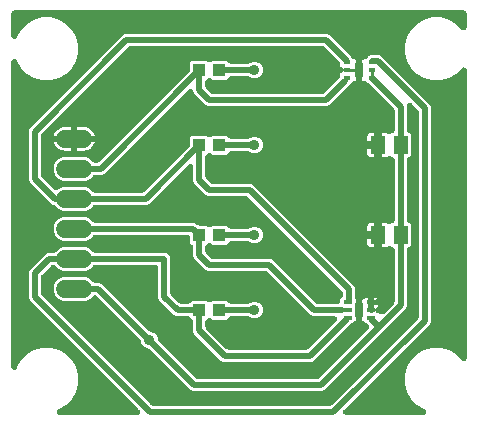
<source format=gbr>
G04 EAGLE Gerber RS-274X export*
G75*
%MOMM*%
%FSLAX34Y34*%
%LPD*%
%INTop Copper*%
%IPPOS*%
%AMOC8*
5,1,8,0,0,1.08239X$1,22.5*%
G01*
%ADD10R,1.300000X1.500000*%
%ADD11R,0.750000X0.300000*%
%ADD12R,0.660400X1.270000*%
%ADD13R,0.600000X0.350000*%
%ADD14R,0.635000X1.270000*%
%ADD15R,1.000000X1.100000*%
%ADD16C,1.508000*%
%ADD17C,0.508000*%
%ADD18C,0.254000*%
%ADD19C,0.914400*%

G36*
X116653Y10172D02*
X116653Y10172D01*
X116783Y10174D01*
X116877Y10192D01*
X116972Y10201D01*
X117098Y10235D01*
X117225Y10260D01*
X117315Y10294D01*
X117407Y10319D01*
X117524Y10375D01*
X117645Y10422D01*
X117727Y10472D01*
X117813Y10513D01*
X117919Y10588D01*
X118030Y10656D01*
X118102Y10719D01*
X118179Y10775D01*
X118270Y10868D01*
X118367Y10954D01*
X118427Y11029D01*
X118493Y11097D01*
X118566Y11205D01*
X118647Y11307D01*
X118692Y11391D01*
X118745Y11470D01*
X118798Y11589D01*
X118859Y11704D01*
X118889Y11795D01*
X118928Y11882D01*
X118959Y12009D01*
X118999Y12132D01*
X119012Y12227D01*
X119034Y12320D01*
X119042Y12449D01*
X119060Y12578D01*
X119056Y12674D01*
X119062Y12769D01*
X119047Y12898D01*
X119042Y13028D01*
X119021Y13121D01*
X119010Y13216D01*
X118972Y13341D01*
X118944Y13468D01*
X118907Y13556D01*
X118880Y13647D01*
X118821Y13763D01*
X118771Y13883D01*
X118719Y13964D01*
X118675Y14049D01*
X118597Y14152D01*
X118526Y14261D01*
X118440Y14359D01*
X118403Y14407D01*
X118370Y14438D01*
X118319Y14496D01*
X25693Y107122D01*
X24919Y108989D01*
X24919Y131011D01*
X25693Y132878D01*
X39522Y146707D01*
X41389Y147481D01*
X45733Y147481D01*
X45896Y147495D01*
X46061Y147502D01*
X46120Y147515D01*
X46181Y147521D01*
X46340Y147564D01*
X46500Y147600D01*
X46557Y147623D01*
X46616Y147639D01*
X46764Y147710D01*
X46916Y147773D01*
X46967Y147806D01*
X47022Y147833D01*
X47156Y147928D01*
X47294Y148018D01*
X47352Y148069D01*
X47388Y148095D01*
X47431Y148138D01*
X47528Y148224D01*
X50250Y150946D01*
X53955Y152481D01*
X73045Y152481D01*
X76750Y150946D01*
X79472Y148224D01*
X79598Y148119D01*
X79719Y148007D01*
X79770Y147975D01*
X79817Y147936D01*
X79960Y147854D01*
X80099Y147766D01*
X80155Y147742D01*
X80208Y147712D01*
X80363Y147657D01*
X80515Y147595D01*
X80575Y147582D01*
X80632Y147561D01*
X80795Y147535D01*
X80955Y147500D01*
X81032Y147495D01*
X81077Y147488D01*
X81138Y147489D01*
X81267Y147481D01*
X140711Y147481D01*
X142578Y146707D01*
X144007Y145278D01*
X144781Y143411D01*
X144781Y113456D01*
X144795Y113293D01*
X144802Y113128D01*
X144815Y113069D01*
X144821Y113008D01*
X144864Y112849D01*
X144900Y112689D01*
X144923Y112632D01*
X144939Y112573D01*
X145010Y112425D01*
X145073Y112273D01*
X145106Y112222D01*
X145133Y112167D01*
X145228Y112033D01*
X145318Y111895D01*
X145369Y111837D01*
X145395Y111801D01*
X145438Y111758D01*
X145524Y111661D01*
X152461Y104724D01*
X152587Y104619D01*
X152708Y104507D01*
X152759Y104475D01*
X152806Y104436D01*
X152949Y104354D01*
X153088Y104266D01*
X153144Y104242D01*
X153197Y104212D01*
X153352Y104157D01*
X153504Y104095D01*
X153564Y104082D01*
X153621Y104061D01*
X153784Y104035D01*
X153944Y104000D01*
X154021Y103995D01*
X154066Y103988D01*
X154127Y103989D01*
X154256Y103981D01*
X159236Y103981D01*
X159399Y103995D01*
X159564Y104002D01*
X159623Y104015D01*
X159684Y104021D01*
X159843Y104064D01*
X160004Y104100D01*
X160060Y104123D01*
X160119Y104139D01*
X160267Y104210D01*
X160419Y104273D01*
X160470Y104306D01*
X160525Y104333D01*
X160659Y104428D01*
X160797Y104518D01*
X160855Y104569D01*
X160891Y104595D01*
X160934Y104638D01*
X161031Y104724D01*
X163248Y106941D01*
X175352Y106941D01*
X176004Y106289D01*
X176031Y106266D01*
X176054Y106240D01*
X176203Y106122D01*
X176350Y106000D01*
X176380Y105983D01*
X176407Y105961D01*
X176575Y105871D01*
X176741Y105776D01*
X176773Y105765D01*
X176804Y105748D01*
X176985Y105690D01*
X177165Y105626D01*
X177199Y105620D01*
X177232Y105609D01*
X177421Y105583D01*
X177609Y105552D01*
X177644Y105553D01*
X177678Y105548D01*
X177869Y105556D01*
X178059Y105558D01*
X178094Y105565D01*
X178128Y105566D01*
X178314Y105608D01*
X178502Y105644D01*
X178534Y105656D01*
X178568Y105664D01*
X178744Y105737D01*
X178922Y105806D01*
X178951Y105824D01*
X178983Y105837D01*
X179144Y105941D01*
X179306Y106040D01*
X179332Y106063D01*
X179361Y106082D01*
X179596Y106289D01*
X180248Y106941D01*
X192352Y106941D01*
X194569Y104724D01*
X194695Y104619D01*
X194816Y104507D01*
X194867Y104475D01*
X194914Y104436D01*
X195057Y104354D01*
X195196Y104266D01*
X195252Y104242D01*
X195305Y104212D01*
X195460Y104157D01*
X195612Y104095D01*
X195672Y104082D01*
X195729Y104061D01*
X195891Y104035D01*
X196052Y104000D01*
X196129Y103995D01*
X196173Y103988D01*
X196234Y103989D01*
X196364Y103981D01*
X209870Y103981D01*
X210034Y103995D01*
X210198Y104002D01*
X210258Y104015D01*
X210319Y104021D01*
X210477Y104064D01*
X210638Y104100D01*
X210694Y104123D01*
X210753Y104139D01*
X210901Y104210D01*
X211053Y104273D01*
X211105Y104306D01*
X211160Y104333D01*
X211293Y104428D01*
X211431Y104518D01*
X211489Y104569D01*
X211526Y104595D01*
X211568Y104638D01*
X211666Y104724D01*
X211871Y104930D01*
X214485Y106013D01*
X217315Y106013D01*
X219929Y104930D01*
X221930Y102929D01*
X223013Y100315D01*
X223013Y97485D01*
X221930Y94871D01*
X219929Y92870D01*
X217315Y91787D01*
X214485Y91787D01*
X211871Y92870D01*
X211666Y93076D01*
X211539Y93181D01*
X211418Y93293D01*
X211367Y93325D01*
X211320Y93364D01*
X211177Y93446D01*
X211039Y93534D01*
X210982Y93558D01*
X210929Y93588D01*
X210774Y93643D01*
X210622Y93705D01*
X210562Y93718D01*
X210505Y93739D01*
X210343Y93765D01*
X210182Y93800D01*
X210105Y93805D01*
X210061Y93812D01*
X210000Y93811D01*
X209870Y93819D01*
X196364Y93819D01*
X196200Y93805D01*
X196036Y93798D01*
X195976Y93785D01*
X195916Y93779D01*
X195757Y93736D01*
X195596Y93700D01*
X195540Y93677D01*
X195481Y93661D01*
X195333Y93590D01*
X195181Y93527D01*
X195130Y93494D01*
X195075Y93467D01*
X194941Y93372D01*
X194803Y93282D01*
X194745Y93231D01*
X194709Y93205D01*
X194666Y93162D01*
X194569Y93076D01*
X192352Y90859D01*
X180248Y90859D01*
X179596Y91511D01*
X179569Y91534D01*
X179546Y91560D01*
X179397Y91677D01*
X179250Y91800D01*
X179220Y91818D01*
X179193Y91839D01*
X179025Y91929D01*
X178859Y92024D01*
X178827Y92035D01*
X178796Y92052D01*
X178615Y92111D01*
X178435Y92174D01*
X178401Y92180D01*
X178368Y92191D01*
X178179Y92217D01*
X177991Y92248D01*
X177956Y92247D01*
X177922Y92252D01*
X177731Y92244D01*
X177540Y92242D01*
X177506Y92235D01*
X177472Y92234D01*
X177286Y92192D01*
X177098Y92156D01*
X177066Y92144D01*
X177032Y92136D01*
X176856Y92063D01*
X176678Y91994D01*
X176649Y91976D01*
X176617Y91963D01*
X176457Y91859D01*
X176294Y91760D01*
X176268Y91737D01*
X176239Y91718D01*
X176004Y91511D01*
X175124Y90631D01*
X175034Y90524D01*
X174992Y90480D01*
X174982Y90465D01*
X174907Y90384D01*
X174875Y90333D01*
X174836Y90286D01*
X174754Y90143D01*
X174666Y90004D01*
X174642Y89948D01*
X174612Y89895D01*
X174557Y89740D01*
X174495Y89588D01*
X174482Y89528D01*
X174461Y89471D01*
X174435Y89309D01*
X174400Y89148D01*
X174395Y89071D01*
X174388Y89026D01*
X174389Y88965D01*
X174381Y88836D01*
X174381Y85080D01*
X174395Y84916D01*
X174402Y84752D01*
X174415Y84692D01*
X174421Y84632D01*
X174464Y84473D01*
X174500Y84312D01*
X174523Y84256D01*
X174539Y84197D01*
X174610Y84049D01*
X174673Y83897D01*
X174706Y83845D01*
X174733Y83791D01*
X174828Y83657D01*
X174918Y83519D01*
X174969Y83461D01*
X174995Y83424D01*
X175038Y83382D01*
X175124Y83284D01*
X192204Y66204D01*
X192331Y66099D01*
X192452Y65987D01*
X192503Y65955D01*
X192550Y65916D01*
X192693Y65834D01*
X192831Y65746D01*
X192888Y65722D01*
X192941Y65692D01*
X193096Y65637D01*
X193248Y65575D01*
X193308Y65562D01*
X193365Y65541D01*
X193527Y65515D01*
X193688Y65480D01*
X193765Y65475D01*
X193809Y65468D01*
X193870Y65469D01*
X194000Y65461D01*
X260014Y65461D01*
X260178Y65475D01*
X260342Y65482D01*
X260402Y65495D01*
X260463Y65501D01*
X260622Y65544D01*
X260782Y65580D01*
X260838Y65603D01*
X260897Y65619D01*
X261045Y65690D01*
X261197Y65753D01*
X261249Y65786D01*
X261304Y65813D01*
X261437Y65908D01*
X261576Y65998D01*
X261633Y66049D01*
X261670Y66075D01*
X261712Y66118D01*
X261810Y66204D01*
X285090Y89484D01*
X285173Y89584D01*
X285264Y89677D01*
X285317Y89757D01*
X285379Y89830D01*
X285443Y89943D01*
X285516Y90050D01*
X285555Y90138D01*
X285602Y90221D01*
X285646Y90343D01*
X285698Y90462D01*
X285721Y90555D01*
X285753Y90645D01*
X285774Y90774D01*
X285805Y90900D01*
X285811Y90995D01*
X285826Y91089D01*
X285825Y91220D01*
X285833Y91349D01*
X285822Y91444D01*
X285820Y91540D01*
X285796Y91667D01*
X285780Y91796D01*
X285753Y91888D01*
X285735Y91982D01*
X285688Y92103D01*
X285650Y92227D01*
X285607Y92312D01*
X285572Y92402D01*
X285505Y92513D01*
X285446Y92629D01*
X285388Y92705D01*
X285338Y92786D01*
X285252Y92884D01*
X285174Y92987D01*
X285103Y93052D01*
X285040Y93124D01*
X284938Y93204D01*
X284843Y93293D01*
X284762Y93344D01*
X284687Y93403D01*
X284573Y93464D01*
X284463Y93534D01*
X284375Y93571D01*
X284290Y93616D01*
X284167Y93656D01*
X284046Y93705D01*
X283953Y93725D01*
X283862Y93755D01*
X283733Y93773D01*
X283606Y93800D01*
X283476Y93808D01*
X283416Y93816D01*
X283371Y93815D01*
X283294Y93819D01*
X265689Y93819D01*
X263822Y94593D01*
X227239Y131176D01*
X227113Y131281D01*
X226992Y131393D01*
X226941Y131425D01*
X226894Y131464D01*
X226751Y131546D01*
X226612Y131634D01*
X226556Y131658D01*
X226503Y131688D01*
X226348Y131743D01*
X226196Y131805D01*
X226136Y131818D01*
X226079Y131839D01*
X225916Y131865D01*
X225756Y131900D01*
X225679Y131905D01*
X225634Y131912D01*
X225573Y131911D01*
X225444Y131919D01*
X176789Y131919D01*
X174922Y132693D01*
X164993Y142622D01*
X164219Y144489D01*
X164219Y152336D01*
X164205Y152499D01*
X164198Y152664D01*
X164185Y152723D01*
X164179Y152784D01*
X164136Y152943D01*
X164100Y153104D01*
X164077Y153160D01*
X164061Y153219D01*
X163990Y153367D01*
X163927Y153519D01*
X163894Y153570D01*
X163867Y153625D01*
X163772Y153759D01*
X163682Y153897D01*
X163631Y153955D01*
X163605Y153991D01*
X163562Y154034D01*
X163557Y154039D01*
X163537Y154066D01*
X163518Y154083D01*
X163476Y154131D01*
X161759Y155848D01*
X161759Y160180D01*
X161756Y160215D01*
X161758Y160249D01*
X161736Y160438D01*
X161719Y160629D01*
X161710Y160662D01*
X161706Y160696D01*
X161651Y160879D01*
X161601Y161063D01*
X161586Y161094D01*
X161576Y161127D01*
X161489Y161298D01*
X161407Y161470D01*
X161387Y161498D01*
X161372Y161529D01*
X161256Y161681D01*
X161145Y161836D01*
X161120Y161860D01*
X161100Y161887D01*
X160960Y162016D01*
X160823Y162150D01*
X160794Y162169D01*
X160768Y162193D01*
X160607Y162295D01*
X160450Y162402D01*
X160418Y162416D01*
X160389Y162434D01*
X160212Y162507D01*
X160038Y162584D01*
X160004Y162592D01*
X159972Y162605D01*
X159785Y162645D01*
X159600Y162691D01*
X159566Y162693D01*
X159532Y162700D01*
X159220Y162719D01*
X81267Y162719D01*
X81104Y162705D01*
X80939Y162698D01*
X80880Y162685D01*
X80819Y162679D01*
X80660Y162636D01*
X80500Y162600D01*
X80443Y162577D01*
X80384Y162561D01*
X80236Y162490D01*
X80084Y162427D01*
X80033Y162394D01*
X79978Y162367D01*
X79844Y162272D01*
X79706Y162182D01*
X79648Y162131D01*
X79612Y162105D01*
X79569Y162062D01*
X79472Y161976D01*
X76750Y159254D01*
X73045Y157719D01*
X53955Y157719D01*
X50250Y159254D01*
X47414Y162090D01*
X45879Y165795D01*
X45879Y169805D01*
X47414Y173510D01*
X50250Y176346D01*
X53955Y177881D01*
X73045Y177881D01*
X76750Y176346D01*
X79472Y173624D01*
X79598Y173519D01*
X79719Y173407D01*
X79770Y173375D01*
X79817Y173336D01*
X79960Y173254D01*
X80099Y173166D01*
X80155Y173142D01*
X80208Y173112D01*
X80363Y173057D01*
X80515Y172995D01*
X80575Y172982D01*
X80632Y172961D01*
X80795Y172935D01*
X80955Y172900D01*
X81032Y172895D01*
X81077Y172888D01*
X81138Y172889D01*
X81267Y172881D01*
X164911Y172881D01*
X166778Y172107D01*
X167701Y171184D01*
X167827Y171079D01*
X167948Y170967D01*
X167999Y170935D01*
X168046Y170896D01*
X168189Y170814D01*
X168328Y170726D01*
X168384Y170702D01*
X168437Y170672D01*
X168592Y170617D01*
X168744Y170555D01*
X168804Y170542D01*
X168861Y170521D01*
X169024Y170495D01*
X169184Y170460D01*
X169261Y170455D01*
X169306Y170448D01*
X169367Y170449D01*
X169496Y170441D01*
X175352Y170441D01*
X176004Y169789D01*
X176031Y169766D01*
X176054Y169740D01*
X176203Y169622D01*
X176350Y169500D01*
X176380Y169483D01*
X176407Y169461D01*
X176575Y169371D01*
X176741Y169276D01*
X176773Y169265D01*
X176804Y169248D01*
X176985Y169190D01*
X177165Y169126D01*
X177199Y169120D01*
X177232Y169109D01*
X177421Y169083D01*
X177609Y169052D01*
X177644Y169053D01*
X177678Y169048D01*
X177869Y169056D01*
X178059Y169058D01*
X178094Y169065D01*
X178128Y169066D01*
X178314Y169108D01*
X178502Y169144D01*
X178534Y169156D01*
X178568Y169164D01*
X178744Y169237D01*
X178922Y169306D01*
X178951Y169324D01*
X178983Y169337D01*
X179144Y169441D01*
X179306Y169540D01*
X179332Y169563D01*
X179361Y169582D01*
X179596Y169789D01*
X180248Y170441D01*
X192352Y170441D01*
X194569Y168224D01*
X194695Y168119D01*
X194816Y168007D01*
X194867Y167975D01*
X194914Y167936D01*
X195057Y167854D01*
X195196Y167766D01*
X195252Y167742D01*
X195305Y167712D01*
X195460Y167657D01*
X195612Y167595D01*
X195672Y167582D01*
X195729Y167561D01*
X195892Y167535D01*
X196052Y167500D01*
X196129Y167495D01*
X196173Y167488D01*
X196235Y167489D01*
X196364Y167481D01*
X209870Y167481D01*
X210034Y167495D01*
X210198Y167502D01*
X210258Y167515D01*
X210319Y167521D01*
X210477Y167564D01*
X210638Y167600D01*
X210694Y167623D01*
X210753Y167639D01*
X210901Y167710D01*
X211053Y167773D01*
X211105Y167806D01*
X211160Y167833D01*
X211293Y167928D01*
X211431Y168018D01*
X211489Y168069D01*
X211526Y168095D01*
X211568Y168138D01*
X211666Y168224D01*
X211871Y168430D01*
X214485Y169513D01*
X217315Y169513D01*
X219929Y168430D01*
X221930Y166429D01*
X223013Y163815D01*
X223013Y160985D01*
X221930Y158371D01*
X219929Y156370D01*
X217315Y155287D01*
X214485Y155287D01*
X211871Y156370D01*
X211666Y156576D01*
X211539Y156681D01*
X211418Y156793D01*
X211367Y156825D01*
X211320Y156864D01*
X211177Y156946D01*
X211039Y157034D01*
X210982Y157058D01*
X210929Y157088D01*
X210774Y157143D01*
X210622Y157205D01*
X210562Y157218D01*
X210505Y157239D01*
X210343Y157265D01*
X210182Y157300D01*
X210105Y157305D01*
X210061Y157312D01*
X210000Y157311D01*
X209870Y157319D01*
X196364Y157319D01*
X196201Y157305D01*
X196036Y157298D01*
X195977Y157285D01*
X195916Y157279D01*
X195757Y157236D01*
X195596Y157200D01*
X195540Y157177D01*
X195481Y157161D01*
X195333Y157090D01*
X195181Y157027D01*
X195130Y156994D01*
X195075Y156967D01*
X194941Y156872D01*
X194803Y156782D01*
X194745Y156731D01*
X194709Y156705D01*
X194666Y156662D01*
X194569Y156576D01*
X192352Y154359D01*
X180248Y154359D01*
X179596Y155011D01*
X179569Y155034D01*
X179546Y155060D01*
X179397Y155177D01*
X179250Y155300D01*
X179220Y155318D01*
X179193Y155339D01*
X179025Y155429D01*
X178859Y155524D01*
X178827Y155535D01*
X178796Y155552D01*
X178615Y155611D01*
X178435Y155674D01*
X178401Y155680D01*
X178368Y155691D01*
X178179Y155717D01*
X177991Y155748D01*
X177956Y155747D01*
X177922Y155752D01*
X177731Y155744D01*
X177540Y155742D01*
X177506Y155735D01*
X177472Y155734D01*
X177286Y155692D01*
X177098Y155656D01*
X177066Y155644D01*
X177032Y155636D01*
X176856Y155563D01*
X176678Y155494D01*
X176649Y155476D01*
X176617Y155463D01*
X176457Y155359D01*
X176294Y155260D01*
X176268Y155237D01*
X176239Y155218D01*
X176004Y155011D01*
X175124Y154131D01*
X175037Y154027D01*
X174973Y153961D01*
X174959Y153940D01*
X174907Y153884D01*
X174875Y153833D01*
X174836Y153786D01*
X174754Y153643D01*
X174666Y153504D01*
X174642Y153448D01*
X174612Y153395D01*
X174557Y153240D01*
X174495Y153088D01*
X174482Y153028D01*
X174461Y152971D01*
X174435Y152809D01*
X174400Y152648D01*
X174395Y152571D01*
X174388Y152526D01*
X174389Y152465D01*
X174381Y152336D01*
X174381Y148656D01*
X174395Y148493D01*
X174402Y148328D01*
X174415Y148269D01*
X174421Y148208D01*
X174464Y148049D01*
X174500Y147889D01*
X174523Y147832D01*
X174539Y147773D01*
X174610Y147625D01*
X174673Y147473D01*
X174706Y147422D01*
X174733Y147367D01*
X174828Y147233D01*
X174918Y147095D01*
X174969Y147037D01*
X174995Y147001D01*
X175038Y146958D01*
X175124Y146861D01*
X179161Y142824D01*
X179287Y142719D01*
X179408Y142607D01*
X179459Y142575D01*
X179506Y142536D01*
X179649Y142454D01*
X179788Y142366D01*
X179844Y142342D01*
X179897Y142312D01*
X180052Y142257D01*
X180204Y142195D01*
X180264Y142182D01*
X180321Y142161D01*
X180484Y142135D01*
X180644Y142100D01*
X180721Y142095D01*
X180766Y142088D01*
X180827Y142089D01*
X180956Y142081D01*
X229611Y142081D01*
X231478Y141307D01*
X268061Y104724D01*
X268187Y104619D01*
X268308Y104507D01*
X268359Y104475D01*
X268406Y104436D01*
X268549Y104354D01*
X268688Y104266D01*
X268744Y104242D01*
X268797Y104212D01*
X268952Y104157D01*
X269104Y104095D01*
X269164Y104082D01*
X269221Y104061D01*
X269384Y104035D01*
X269544Y104000D01*
X269621Y103995D01*
X269666Y103988D01*
X269727Y103989D01*
X269856Y103981D01*
X285970Y103981D01*
X286005Y103984D01*
X286039Y103982D01*
X286228Y104004D01*
X286419Y104021D01*
X286452Y104030D01*
X286486Y104034D01*
X286669Y104089D01*
X286853Y104139D01*
X286884Y104154D01*
X286917Y104164D01*
X287088Y104251D01*
X287260Y104333D01*
X287288Y104353D01*
X287319Y104368D01*
X287471Y104484D01*
X287626Y104595D01*
X287650Y104620D01*
X287677Y104640D01*
X287806Y104780D01*
X287940Y104917D01*
X287959Y104946D01*
X287983Y104972D01*
X288085Y105133D01*
X288192Y105290D01*
X288206Y105322D01*
X288224Y105351D01*
X288297Y105528D01*
X288374Y105702D01*
X288382Y105736D01*
X288395Y105768D01*
X288435Y105955D01*
X288481Y106140D01*
X288483Y106174D01*
X288490Y106208D01*
X288509Y106520D01*
X288509Y107952D01*
X290084Y109527D01*
X290190Y109653D01*
X290301Y109774D01*
X290334Y109826D01*
X290373Y109872D01*
X290454Y110015D01*
X290543Y110154D01*
X290566Y110210D01*
X290596Y110263D01*
X290651Y110418D01*
X290714Y110570D01*
X290726Y110630D01*
X290747Y110688D01*
X290774Y110850D01*
X290808Y111011D01*
X290813Y111088D01*
X290820Y111132D01*
X290820Y111193D01*
X290828Y111323D01*
X290828Y113364D01*
X290813Y113527D01*
X290806Y113692D01*
X290793Y113751D01*
X290788Y113812D01*
X290744Y113971D01*
X290709Y114131D01*
X290685Y114188D01*
X290669Y114247D01*
X290599Y114395D01*
X290535Y114547D01*
X290502Y114598D01*
X290476Y114653D01*
X290380Y114787D01*
X290291Y114925D01*
X290240Y114983D01*
X290214Y115019D01*
X290170Y115062D01*
X290084Y115159D01*
X210568Y194676D01*
X210441Y194781D01*
X210320Y194893D01*
X210269Y194925D01*
X210222Y194964D01*
X210079Y195046D01*
X209941Y195134D01*
X209884Y195158D01*
X209831Y195188D01*
X209676Y195243D01*
X209524Y195305D01*
X209464Y195318D01*
X209407Y195339D01*
X209245Y195365D01*
X209084Y195400D01*
X209007Y195405D01*
X208963Y195412D01*
X208902Y195411D01*
X208772Y195419D01*
X176789Y195419D01*
X174922Y196193D01*
X164993Y206122D01*
X164219Y207989D01*
X164219Y220204D01*
X164208Y220333D01*
X164206Y220463D01*
X164188Y220557D01*
X164179Y220652D01*
X164145Y220778D01*
X164120Y220905D01*
X164086Y220995D01*
X164061Y221087D01*
X164005Y221204D01*
X163958Y221325D01*
X163908Y221407D01*
X163867Y221493D01*
X163792Y221599D01*
X163724Y221710D01*
X163661Y221782D01*
X163605Y221859D01*
X163512Y221950D01*
X163426Y222047D01*
X163351Y222107D01*
X163283Y222173D01*
X163175Y222246D01*
X163073Y222327D01*
X162989Y222372D01*
X162910Y222425D01*
X162791Y222478D01*
X162676Y222539D01*
X162585Y222569D01*
X162498Y222608D01*
X162371Y222639D01*
X162248Y222679D01*
X162153Y222692D01*
X162060Y222714D01*
X161931Y222722D01*
X161802Y222740D01*
X161706Y222736D01*
X161611Y222742D01*
X161482Y222727D01*
X161352Y222722D01*
X161259Y222701D01*
X161164Y222690D01*
X161039Y222652D01*
X160912Y222624D01*
X160824Y222587D01*
X160733Y222560D01*
X160617Y222501D01*
X160497Y222451D01*
X160416Y222399D01*
X160331Y222355D01*
X160228Y222277D01*
X160119Y222206D01*
X160021Y222120D01*
X159973Y222083D01*
X159942Y222050D01*
X159884Y221999D01*
X128564Y190679D01*
X126778Y188893D01*
X124911Y188119D01*
X81267Y188119D01*
X81104Y188105D01*
X80939Y188098D01*
X80880Y188085D01*
X80819Y188079D01*
X80660Y188036D01*
X80500Y188000D01*
X80443Y187977D01*
X80384Y187961D01*
X80236Y187890D01*
X80084Y187827D01*
X80033Y187794D01*
X79978Y187767D01*
X79844Y187672D01*
X79706Y187582D01*
X79648Y187531D01*
X79612Y187505D01*
X79569Y187462D01*
X79472Y187376D01*
X76750Y184654D01*
X73045Y183119D01*
X53955Y183119D01*
X50250Y184654D01*
X47528Y187376D01*
X47402Y187481D01*
X47281Y187593D01*
X47230Y187625D01*
X47183Y187664D01*
X47040Y187746D01*
X46901Y187834D01*
X46845Y187858D01*
X46792Y187888D01*
X46637Y187943D01*
X46485Y188005D01*
X46425Y188018D01*
X46368Y188039D01*
X46205Y188065D01*
X46045Y188100D01*
X45968Y188105D01*
X45923Y188112D01*
X45862Y188111D01*
X45799Y188115D01*
X43922Y188893D01*
X25693Y207122D01*
X24919Y208989D01*
X24919Y251011D01*
X25693Y252878D01*
X102836Y330021D01*
X104622Y331807D01*
X106489Y332581D01*
X277536Y332581D01*
X279404Y331807D01*
X297577Y313634D01*
X297703Y313529D01*
X297824Y313417D01*
X297829Y313414D01*
X299509Y311734D01*
X299635Y311629D01*
X299756Y311517D01*
X299807Y311485D01*
X299854Y311446D01*
X299997Y311364D01*
X300136Y311276D01*
X300192Y311252D01*
X300245Y311222D01*
X300400Y311167D01*
X300552Y311105D01*
X300612Y311092D01*
X300669Y311071D01*
X300831Y311045D01*
X300992Y311010D01*
X301069Y311005D01*
X301113Y310998D01*
X301174Y310999D01*
X301304Y310991D01*
X302261Y310991D01*
X302261Y302100D01*
X302261Y293209D01*
X301304Y293209D01*
X301140Y293195D01*
X300976Y293188D01*
X300916Y293175D01*
X300856Y293169D01*
X300697Y293126D01*
X300536Y293090D01*
X300480Y293067D01*
X300421Y293051D01*
X300273Y292980D01*
X300121Y292917D01*
X300070Y292884D01*
X300015Y292857D01*
X299881Y292762D01*
X299743Y292672D01*
X299685Y292621D01*
X299649Y292595D01*
X299606Y292552D01*
X299509Y292466D01*
X298080Y291037D01*
X298032Y291017D01*
X297981Y290984D01*
X297926Y290957D01*
X297792Y290862D01*
X297654Y290772D01*
X297596Y290721D01*
X297560Y290695D01*
X297517Y290652D01*
X297420Y290566D01*
X279247Y272393D01*
X277380Y271619D01*
X176789Y271619D01*
X174922Y272393D01*
X164993Y282322D01*
X164073Y284543D01*
X164061Y284587D01*
X164005Y284704D01*
X163958Y284825D01*
X163908Y284907D01*
X163867Y284993D01*
X163792Y285099D01*
X163724Y285210D01*
X163661Y285282D01*
X163605Y285359D01*
X163512Y285450D01*
X163426Y285547D01*
X163351Y285607D01*
X163283Y285673D01*
X163175Y285746D01*
X163073Y285827D01*
X162989Y285872D01*
X162910Y285925D01*
X162791Y285978D01*
X162676Y286039D01*
X162585Y286069D01*
X162498Y286108D01*
X162371Y286139D01*
X162248Y286179D01*
X162153Y286192D01*
X162060Y286214D01*
X161931Y286222D01*
X161802Y286240D01*
X161706Y286236D01*
X161611Y286242D01*
X161482Y286227D01*
X161352Y286222D01*
X161259Y286201D01*
X161164Y286190D01*
X161039Y286152D01*
X160912Y286124D01*
X160824Y286087D01*
X160733Y286060D01*
X160617Y286001D01*
X160497Y285951D01*
X160416Y285899D01*
X160331Y285855D01*
X160228Y285777D01*
X160119Y285706D01*
X160021Y285620D01*
X159973Y285583D01*
X159942Y285550D01*
X159884Y285499D01*
X90464Y216079D01*
X88678Y214293D01*
X86811Y213519D01*
X81267Y213519D01*
X81104Y213505D01*
X80939Y213498D01*
X80880Y213485D01*
X80819Y213479D01*
X80660Y213436D01*
X80500Y213400D01*
X80443Y213377D01*
X80384Y213361D01*
X80236Y213290D01*
X80084Y213227D01*
X80033Y213194D01*
X79978Y213167D01*
X79844Y213072D01*
X79706Y212982D01*
X79648Y212931D01*
X79612Y212905D01*
X79569Y212862D01*
X79472Y212776D01*
X76750Y210054D01*
X73045Y208519D01*
X53955Y208519D01*
X50250Y210054D01*
X47414Y212890D01*
X45879Y216595D01*
X45879Y220605D01*
X47414Y224310D01*
X50250Y227146D01*
X53955Y228681D01*
X73045Y228681D01*
X76750Y227146D01*
X79472Y224424D01*
X79598Y224319D01*
X79719Y224207D01*
X79770Y224175D01*
X79817Y224136D01*
X79960Y224054D01*
X80099Y223966D01*
X80155Y223942D01*
X80208Y223912D01*
X80363Y223857D01*
X80515Y223795D01*
X80575Y223782D01*
X80632Y223761D01*
X80795Y223735D01*
X80955Y223700D01*
X81032Y223695D01*
X81077Y223688D01*
X81138Y223689D01*
X81267Y223681D01*
X82644Y223681D01*
X82807Y223695D01*
X82972Y223702D01*
X83031Y223715D01*
X83092Y223721D01*
X83251Y223764D01*
X83411Y223800D01*
X83468Y223823D01*
X83527Y223839D01*
X83675Y223910D01*
X83827Y223973D01*
X83878Y224006D01*
X83933Y224033D01*
X84067Y224128D01*
X84205Y224218D01*
X84263Y224269D01*
X84299Y224295D01*
X84342Y224338D01*
X84439Y224424D01*
X161016Y301001D01*
X161121Y301127D01*
X161233Y301248D01*
X161265Y301299D01*
X161304Y301346D01*
X161386Y301489D01*
X161474Y301628D01*
X161498Y301684D01*
X161528Y301737D01*
X161583Y301892D01*
X161645Y302044D01*
X161658Y302104D01*
X161679Y302161D01*
X161705Y302324D01*
X161740Y302484D01*
X161745Y302561D01*
X161752Y302606D01*
X161751Y302667D01*
X161759Y302796D01*
X161759Y308652D01*
X163248Y310141D01*
X175352Y310141D01*
X176004Y309489D01*
X176031Y309466D01*
X176054Y309440D01*
X176203Y309322D01*
X176350Y309200D01*
X176380Y309183D01*
X176407Y309161D01*
X176575Y309071D01*
X176741Y308976D01*
X176773Y308965D01*
X176804Y308948D01*
X176985Y308890D01*
X177165Y308826D01*
X177199Y308820D01*
X177232Y308809D01*
X177421Y308783D01*
X177609Y308752D01*
X177644Y308753D01*
X177678Y308748D01*
X177869Y308756D01*
X178059Y308758D01*
X178094Y308765D01*
X178128Y308766D01*
X178314Y308808D01*
X178502Y308844D01*
X178534Y308856D01*
X178568Y308864D01*
X178744Y308937D01*
X178922Y309006D01*
X178951Y309024D01*
X178983Y309037D01*
X179144Y309141D01*
X179306Y309240D01*
X179332Y309263D01*
X179361Y309282D01*
X179596Y309489D01*
X180248Y310141D01*
X192352Y310141D01*
X194569Y307924D01*
X194695Y307819D01*
X194816Y307707D01*
X194867Y307675D01*
X194914Y307636D01*
X195057Y307554D01*
X195196Y307466D01*
X195252Y307442D01*
X195305Y307412D01*
X195460Y307357D01*
X195612Y307295D01*
X195672Y307282D01*
X195729Y307261D01*
X195892Y307235D01*
X196052Y307200D01*
X196129Y307195D01*
X196173Y307188D01*
X196235Y307189D01*
X196364Y307181D01*
X209870Y307181D01*
X210034Y307195D01*
X210198Y307202D01*
X210258Y307215D01*
X210319Y307221D01*
X210477Y307264D01*
X210638Y307300D01*
X210694Y307323D01*
X210753Y307339D01*
X210901Y307410D01*
X211053Y307473D01*
X211105Y307506D01*
X211160Y307533D01*
X211293Y307628D01*
X211431Y307718D01*
X211489Y307769D01*
X211526Y307795D01*
X211568Y307838D01*
X211666Y307924D01*
X211871Y308130D01*
X214485Y309213D01*
X217315Y309213D01*
X219929Y308130D01*
X221930Y306129D01*
X223013Y303515D01*
X223013Y300685D01*
X221930Y298071D01*
X219929Y296070D01*
X217315Y294987D01*
X214485Y294987D01*
X211871Y296070D01*
X211666Y296276D01*
X211539Y296381D01*
X211418Y296493D01*
X211367Y296525D01*
X211320Y296564D01*
X211177Y296646D01*
X211039Y296734D01*
X210982Y296758D01*
X210929Y296788D01*
X210774Y296843D01*
X210622Y296905D01*
X210562Y296918D01*
X210505Y296939D01*
X210343Y296965D01*
X210182Y297000D01*
X210105Y297005D01*
X210061Y297012D01*
X210000Y297011D01*
X209870Y297019D01*
X196364Y297019D01*
X196201Y297005D01*
X196036Y296998D01*
X195977Y296985D01*
X195916Y296979D01*
X195757Y296936D01*
X195596Y296900D01*
X195540Y296877D01*
X195481Y296861D01*
X195333Y296790D01*
X195181Y296727D01*
X195130Y296694D01*
X195075Y296667D01*
X194941Y296572D01*
X194803Y296482D01*
X194745Y296431D01*
X194709Y296405D01*
X194666Y296362D01*
X194569Y296276D01*
X192352Y294059D01*
X180248Y294059D01*
X179596Y294711D01*
X179569Y294734D01*
X179546Y294760D01*
X179397Y294877D01*
X179250Y295000D01*
X179220Y295018D01*
X179193Y295039D01*
X179025Y295129D01*
X178859Y295224D01*
X178827Y295235D01*
X178796Y295252D01*
X178615Y295311D01*
X178435Y295374D01*
X178401Y295380D01*
X178368Y295391D01*
X178179Y295417D01*
X177991Y295448D01*
X177956Y295447D01*
X177922Y295452D01*
X177731Y295444D01*
X177540Y295442D01*
X177506Y295435D01*
X177472Y295434D01*
X177286Y295392D01*
X177098Y295356D01*
X177066Y295344D01*
X177032Y295336D01*
X176856Y295263D01*
X176678Y295194D01*
X176649Y295176D01*
X176617Y295163D01*
X176457Y295059D01*
X176294Y294960D01*
X176268Y294937D01*
X176239Y294918D01*
X176004Y294711D01*
X175124Y293831D01*
X175019Y293705D01*
X174907Y293584D01*
X174875Y293533D01*
X174836Y293486D01*
X174754Y293343D01*
X174666Y293204D01*
X174642Y293148D01*
X174612Y293095D01*
X174557Y292940D01*
X174495Y292788D01*
X174482Y292728D01*
X174461Y292671D01*
X174435Y292509D01*
X174421Y292445D01*
X174409Y292398D01*
X174409Y292389D01*
X174400Y292348D01*
X174395Y292271D01*
X174388Y292226D01*
X174389Y292165D01*
X174381Y292036D01*
X174381Y288356D01*
X174395Y288193D01*
X174402Y288028D01*
X174415Y287969D01*
X174421Y287908D01*
X174464Y287749D01*
X174500Y287589D01*
X174523Y287532D01*
X174539Y287473D01*
X174610Y287325D01*
X174673Y287173D01*
X174706Y287122D01*
X174733Y287067D01*
X174828Y286933D01*
X174918Y286795D01*
X174969Y286737D01*
X174995Y286701D01*
X175038Y286658D01*
X175124Y286561D01*
X179161Y282524D01*
X179287Y282419D01*
X179408Y282307D01*
X179459Y282275D01*
X179506Y282236D01*
X179649Y282154D01*
X179788Y282066D01*
X179844Y282042D01*
X179897Y282012D01*
X180052Y281957D01*
X180204Y281895D01*
X180264Y281882D01*
X180321Y281861D01*
X180484Y281835D01*
X180644Y281800D01*
X180721Y281795D01*
X180766Y281788D01*
X180827Y281789D01*
X180956Y281781D01*
X273213Y281781D01*
X273376Y281795D01*
X273541Y281802D01*
X273600Y281815D01*
X273661Y281821D01*
X273820Y281864D01*
X273981Y281900D01*
X274037Y281923D01*
X274096Y281939D01*
X274244Y282010D01*
X274396Y282073D01*
X274447Y282106D01*
X274502Y282133D01*
X274636Y282228D01*
X274774Y282318D01*
X274832Y282369D01*
X274868Y282395D01*
X274911Y282438D01*
X275008Y282524D01*
X288016Y295532D01*
X288121Y295658D01*
X288233Y295779D01*
X288265Y295830D01*
X288304Y295877D01*
X288386Y296020D01*
X288474Y296159D01*
X288498Y296215D01*
X288528Y296268D01*
X288583Y296423D01*
X288645Y296575D01*
X288658Y296635D01*
X288679Y296692D01*
X288705Y296855D01*
X288740Y297015D01*
X288745Y297092D01*
X288752Y297136D01*
X288751Y297198D01*
X288759Y297327D01*
X288759Y299044D01*
X288771Y299134D01*
X288800Y299311D01*
X288799Y299358D01*
X288805Y299404D01*
X288798Y299561D01*
X288866Y299561D01*
X288912Y299565D01*
X288956Y299562D01*
X289072Y299577D01*
X289194Y299582D01*
X289253Y299595D01*
X289314Y299600D01*
X289359Y299613D01*
X289403Y299618D01*
X289515Y299653D01*
X289633Y299679D01*
X289690Y299703D01*
X289749Y299719D01*
X289790Y299739D01*
X289833Y299752D01*
X289937Y299807D01*
X290049Y299853D01*
X290100Y299886D01*
X290155Y299912D01*
X290192Y299939D01*
X290232Y299960D01*
X290326Y300032D01*
X290427Y300097D01*
X290485Y300148D01*
X290521Y300175D01*
X290553Y300207D01*
X290589Y300235D01*
X290614Y300263D01*
X290661Y300304D01*
X290745Y300404D01*
X290835Y300497D01*
X290861Y300535D01*
X290891Y300568D01*
X290918Y300611D01*
X290950Y300650D01*
X291015Y300763D01*
X291087Y300870D01*
X291105Y300911D01*
X291130Y300950D01*
X291149Y300997D01*
X291174Y301041D01*
X291218Y301164D01*
X291270Y301282D01*
X291280Y301325D01*
X291297Y301368D01*
X291308Y301418D01*
X291324Y301465D01*
X291346Y301595D01*
X291376Y301719D01*
X291376Y301720D01*
X291379Y301763D01*
X291388Y301809D01*
X291390Y301859D01*
X291398Y301909D01*
X291396Y302042D01*
X291404Y302169D01*
X291399Y302213D01*
X291400Y302259D01*
X291392Y302309D01*
X291392Y302360D01*
X291367Y302489D01*
X291352Y302616D01*
X291339Y302659D01*
X291332Y302704D01*
X291316Y302752D01*
X291306Y302802D01*
X291259Y302924D01*
X291222Y303047D01*
X291201Y303087D01*
X291187Y303130D01*
X291162Y303175D01*
X291144Y303222D01*
X291076Y303334D01*
X291017Y303449D01*
X290990Y303484D01*
X290968Y303524D01*
X290936Y303563D01*
X290910Y303606D01*
X290824Y303704D01*
X290745Y303807D01*
X290712Y303838D01*
X290684Y303873D01*
X290637Y303915D01*
X290612Y303944D01*
X290563Y303983D01*
X290452Y304083D01*
X290432Y304096D01*
X290414Y304113D01*
X290333Y304164D01*
X290259Y304223D01*
X290165Y304273D01*
X290077Y304332D01*
X290055Y304341D01*
X290034Y304354D01*
X289946Y304391D01*
X289862Y304436D01*
X289762Y304468D01*
X289664Y304511D01*
X289640Y304516D01*
X289618Y304525D01*
X289524Y304546D01*
X289434Y304575D01*
X289330Y304589D01*
X289225Y304614D01*
X289201Y304615D01*
X289178Y304620D01*
X289046Y304628D01*
X288988Y304636D01*
X288944Y304635D01*
X288866Y304639D01*
X288802Y304639D01*
X288797Y304755D01*
X288796Y304934D01*
X288788Y304980D01*
X288786Y305027D01*
X288759Y305146D01*
X288759Y307030D01*
X288745Y307193D01*
X288738Y307358D01*
X288725Y307417D01*
X288719Y307478D01*
X288676Y307637D01*
X288640Y307797D01*
X288617Y307854D01*
X288601Y307912D01*
X288530Y308060D01*
X288467Y308213D01*
X288434Y308264D01*
X288407Y308319D01*
X288312Y308452D01*
X288222Y308591D01*
X288171Y308649D01*
X288145Y308685D01*
X288102Y308728D01*
X288016Y308825D01*
X275165Y321676D01*
X275039Y321781D01*
X274918Y321893D01*
X274867Y321925D01*
X274820Y321964D01*
X274677Y322046D01*
X274538Y322134D01*
X274482Y322158D01*
X274429Y322188D01*
X274274Y322243D01*
X274122Y322305D01*
X274062Y322318D01*
X274004Y322339D01*
X273842Y322365D01*
X273681Y322400D01*
X273604Y322405D01*
X273560Y322412D01*
X273499Y322411D01*
X273370Y322419D01*
X110656Y322419D01*
X110493Y322405D01*
X110328Y322398D01*
X110269Y322385D01*
X110208Y322379D01*
X110049Y322336D01*
X109889Y322300D01*
X109832Y322277D01*
X109773Y322261D01*
X109625Y322190D01*
X109473Y322127D01*
X109422Y322094D01*
X109367Y322067D01*
X109233Y321972D01*
X109095Y321882D01*
X109037Y321831D01*
X109001Y321805D01*
X108958Y321762D01*
X108861Y321676D01*
X35824Y248639D01*
X35719Y248513D01*
X35607Y248392D01*
X35575Y248341D01*
X35536Y248294D01*
X35454Y248151D01*
X35366Y248012D01*
X35342Y247956D01*
X35312Y247903D01*
X35257Y247748D01*
X35195Y247596D01*
X35182Y247536D01*
X35161Y247479D01*
X35135Y247316D01*
X35100Y247156D01*
X35095Y247079D01*
X35088Y247034D01*
X35089Y246973D01*
X35081Y246844D01*
X35081Y213156D01*
X35095Y212993D01*
X35102Y212828D01*
X35115Y212769D01*
X35121Y212708D01*
X35164Y212549D01*
X35200Y212389D01*
X35223Y212332D01*
X35239Y212273D01*
X35310Y212125D01*
X35373Y211973D01*
X35406Y211922D01*
X35433Y211867D01*
X35528Y211733D01*
X35618Y211595D01*
X35669Y211537D01*
X35695Y211501D01*
X35738Y211458D01*
X35824Y211361D01*
X46049Y201136D01*
X46076Y201114D01*
X46099Y201088D01*
X46247Y200970D01*
X46394Y200847D01*
X46425Y200830D01*
X46452Y200809D01*
X46619Y200719D01*
X46785Y200624D01*
X46818Y200612D01*
X46848Y200596D01*
X47030Y200537D01*
X47210Y200473D01*
X47244Y200468D01*
X47277Y200457D01*
X47466Y200431D01*
X47654Y200400D01*
X47688Y200400D01*
X47723Y200395D01*
X47914Y200403D01*
X48104Y200406D01*
X48138Y200412D01*
X48173Y200414D01*
X48359Y200455D01*
X48546Y200491D01*
X48578Y200504D01*
X48612Y200511D01*
X48788Y200585D01*
X48966Y200654D01*
X48996Y200672D01*
X49028Y200685D01*
X49188Y200788D01*
X49351Y200888D01*
X49377Y200911D01*
X49406Y200929D01*
X49640Y201136D01*
X50250Y201746D01*
X53955Y203281D01*
X73045Y203281D01*
X76750Y201746D01*
X79472Y199024D01*
X79598Y198919D01*
X79719Y198807D01*
X79770Y198775D01*
X79817Y198736D01*
X79960Y198654D01*
X80099Y198566D01*
X80155Y198542D01*
X80208Y198512D01*
X80363Y198457D01*
X80515Y198395D01*
X80575Y198382D01*
X80632Y198361D01*
X80795Y198335D01*
X80955Y198300D01*
X81032Y198295D01*
X81077Y198288D01*
X81138Y198289D01*
X81267Y198281D01*
X120744Y198281D01*
X120907Y198295D01*
X121072Y198302D01*
X121131Y198315D01*
X121192Y198321D01*
X121351Y198364D01*
X121511Y198400D01*
X121568Y198423D01*
X121627Y198439D01*
X121775Y198510D01*
X121927Y198573D01*
X121978Y198606D01*
X122033Y198633D01*
X122167Y198728D01*
X122305Y198818D01*
X122363Y198869D01*
X122399Y198895D01*
X122442Y198938D01*
X122539Y199024D01*
X161016Y237501D01*
X161121Y237627D01*
X161233Y237748D01*
X161265Y237799D01*
X161304Y237846D01*
X161386Y237989D01*
X161474Y238128D01*
X161498Y238184D01*
X161528Y238237D01*
X161583Y238392D01*
X161645Y238544D01*
X161658Y238604D01*
X161679Y238661D01*
X161705Y238824D01*
X161740Y238984D01*
X161745Y239061D01*
X161752Y239106D01*
X161751Y239167D01*
X161759Y239296D01*
X161759Y245152D01*
X163248Y246641D01*
X175352Y246641D01*
X176004Y245989D01*
X176031Y245966D01*
X176054Y245940D01*
X176203Y245822D01*
X176350Y245700D01*
X176380Y245683D01*
X176407Y245661D01*
X176575Y245571D01*
X176741Y245476D01*
X176773Y245465D01*
X176804Y245448D01*
X176985Y245390D01*
X177165Y245326D01*
X177199Y245320D01*
X177232Y245309D01*
X177421Y245283D01*
X177609Y245252D01*
X177644Y245253D01*
X177678Y245248D01*
X177869Y245256D01*
X178059Y245258D01*
X178094Y245265D01*
X178128Y245266D01*
X178314Y245308D01*
X178502Y245344D01*
X178534Y245356D01*
X178568Y245364D01*
X178744Y245437D01*
X178922Y245506D01*
X178951Y245524D01*
X178983Y245537D01*
X179144Y245641D01*
X179306Y245740D01*
X179332Y245763D01*
X179361Y245782D01*
X179596Y245989D01*
X180248Y246641D01*
X192352Y246641D01*
X194569Y244424D01*
X194695Y244319D01*
X194816Y244207D01*
X194867Y244175D01*
X194914Y244136D01*
X195057Y244054D01*
X195196Y243966D01*
X195252Y243942D01*
X195305Y243912D01*
X195460Y243857D01*
X195612Y243795D01*
X195672Y243782D01*
X195729Y243761D01*
X195892Y243735D01*
X196052Y243700D01*
X196129Y243695D01*
X196173Y243688D01*
X196235Y243689D01*
X196364Y243681D01*
X209870Y243681D01*
X210034Y243695D01*
X210198Y243702D01*
X210258Y243715D01*
X210319Y243721D01*
X210477Y243764D01*
X210638Y243800D01*
X210694Y243823D01*
X210753Y243839D01*
X210901Y243910D01*
X211053Y243973D01*
X211105Y244006D01*
X211160Y244033D01*
X211293Y244128D01*
X211431Y244218D01*
X211489Y244269D01*
X211526Y244295D01*
X211568Y244338D01*
X211666Y244424D01*
X211871Y244630D01*
X214485Y245713D01*
X217315Y245713D01*
X219929Y244630D01*
X221930Y242629D01*
X223013Y240015D01*
X223013Y237185D01*
X221930Y234571D01*
X219929Y232570D01*
X217315Y231487D01*
X214485Y231487D01*
X211871Y232570D01*
X211666Y232776D01*
X211539Y232881D01*
X211418Y232993D01*
X211367Y233025D01*
X211320Y233064D01*
X211177Y233146D01*
X211039Y233234D01*
X210982Y233258D01*
X210929Y233288D01*
X210774Y233343D01*
X210622Y233405D01*
X210562Y233418D01*
X210505Y233439D01*
X210343Y233465D01*
X210182Y233500D01*
X210105Y233505D01*
X210061Y233512D01*
X210000Y233511D01*
X209870Y233519D01*
X196364Y233519D01*
X196201Y233505D01*
X196036Y233498D01*
X195977Y233485D01*
X195916Y233479D01*
X195757Y233436D01*
X195596Y233400D01*
X195540Y233377D01*
X195481Y233361D01*
X195333Y233290D01*
X195181Y233227D01*
X195130Y233194D01*
X195075Y233167D01*
X194941Y233072D01*
X194803Y232982D01*
X194745Y232931D01*
X194709Y232905D01*
X194666Y232862D01*
X194569Y232776D01*
X192352Y230559D01*
X180248Y230559D01*
X179596Y231211D01*
X179569Y231234D01*
X179546Y231260D01*
X179397Y231377D01*
X179250Y231500D01*
X179220Y231518D01*
X179193Y231539D01*
X179025Y231629D01*
X178859Y231724D01*
X178827Y231735D01*
X178796Y231752D01*
X178615Y231810D01*
X178435Y231874D01*
X178401Y231880D01*
X178368Y231891D01*
X178179Y231917D01*
X177991Y231948D01*
X177956Y231947D01*
X177922Y231952D01*
X177731Y231944D01*
X177540Y231942D01*
X177506Y231935D01*
X177472Y231934D01*
X177286Y231893D01*
X177098Y231856D01*
X177066Y231844D01*
X177032Y231836D01*
X176856Y231763D01*
X176678Y231694D01*
X176649Y231676D01*
X176617Y231663D01*
X176457Y231559D01*
X176294Y231460D01*
X176268Y231437D01*
X176239Y231418D01*
X176004Y231211D01*
X175124Y230331D01*
X175041Y230231D01*
X174951Y230139D01*
X174931Y230110D01*
X174907Y230084D01*
X174875Y230033D01*
X174836Y229986D01*
X174770Y229872D01*
X174699Y229766D01*
X174685Y229735D01*
X174666Y229704D01*
X174642Y229648D01*
X174612Y229595D01*
X174568Y229470D01*
X174516Y229354D01*
X174509Y229322D01*
X174495Y229288D01*
X174482Y229228D01*
X174461Y229171D01*
X174439Y229038D01*
X174410Y228917D01*
X174408Y228884D01*
X174400Y228848D01*
X174395Y228771D01*
X174388Y228727D01*
X174389Y228665D01*
X174381Y228536D01*
X174381Y212156D01*
X174395Y211993D01*
X174402Y211828D01*
X174415Y211769D01*
X174421Y211708D01*
X174464Y211549D01*
X174500Y211389D01*
X174523Y211332D01*
X174539Y211273D01*
X174610Y211125D01*
X174673Y210973D01*
X174706Y210922D01*
X174733Y210867D01*
X174828Y210733D01*
X174918Y210595D01*
X174969Y210537D01*
X174995Y210501D01*
X175038Y210458D01*
X175124Y210361D01*
X179161Y206324D01*
X179287Y206219D01*
X179408Y206107D01*
X179459Y206075D01*
X179506Y206036D01*
X179649Y205954D01*
X179788Y205866D01*
X179844Y205842D01*
X179897Y205812D01*
X180052Y205757D01*
X180204Y205695D01*
X180264Y205682D01*
X180321Y205661D01*
X180484Y205635D01*
X180644Y205600D01*
X180721Y205595D01*
X180766Y205588D01*
X180827Y205589D01*
X180956Y205581D01*
X212939Y205581D01*
X214806Y204807D01*
X300216Y119398D01*
X300989Y117531D01*
X300989Y110330D01*
X300992Y110295D01*
X300990Y110261D01*
X301012Y110072D01*
X301029Y109881D01*
X301038Y109848D01*
X301042Y109814D01*
X301097Y109631D01*
X301147Y109447D01*
X301162Y109416D01*
X301172Y109383D01*
X301259Y109212D01*
X301341Y109040D01*
X301361Y109012D01*
X301377Y108981D01*
X301492Y108829D01*
X301603Y108674D01*
X301628Y108650D01*
X301649Y108623D01*
X301789Y108494D01*
X301926Y108360D01*
X301954Y108341D01*
X301980Y108317D01*
X302141Y108215D01*
X302261Y108134D01*
X302261Y98900D01*
X302261Y90005D01*
X302141Y89995D01*
X301976Y89988D01*
X301917Y89975D01*
X301856Y89969D01*
X301697Y89926D01*
X301536Y89890D01*
X301480Y89867D01*
X301421Y89851D01*
X301273Y89780D01*
X301121Y89717D01*
X301070Y89684D01*
X301015Y89657D01*
X300881Y89562D01*
X300743Y89472D01*
X300685Y89421D01*
X300649Y89395D01*
X300606Y89352D01*
X300509Y89266D01*
X299602Y88359D01*
X299387Y88359D01*
X299223Y88345D01*
X299059Y88338D01*
X298999Y88325D01*
X298938Y88319D01*
X298779Y88276D01*
X298619Y88240D01*
X298563Y88217D01*
X298504Y88201D01*
X298356Y88130D01*
X298204Y88067D01*
X298152Y88034D01*
X298097Y88007D01*
X297964Y87912D01*
X297825Y87822D01*
X297768Y87771D01*
X297731Y87745D01*
X297689Y87702D01*
X297591Y87616D01*
X266049Y56073D01*
X264181Y55299D01*
X189833Y55299D01*
X187966Y56073D01*
X164993Y79046D01*
X164219Y80913D01*
X164219Y88836D01*
X164205Y88999D01*
X164198Y89164D01*
X164185Y89223D01*
X164179Y89284D01*
X164136Y89443D01*
X164100Y89604D01*
X164077Y89660D01*
X164061Y89719D01*
X163990Y89867D01*
X163927Y90019D01*
X163894Y90070D01*
X163867Y90125D01*
X163772Y90259D01*
X163682Y90397D01*
X163631Y90455D01*
X163605Y90491D01*
X163562Y90534D01*
X163525Y90575D01*
X163518Y90585D01*
X163511Y90591D01*
X163476Y90631D01*
X161031Y93076D01*
X160905Y93181D01*
X160784Y93293D01*
X160733Y93325D01*
X160686Y93364D01*
X160543Y93446D01*
X160404Y93534D01*
X160348Y93558D01*
X160295Y93588D01*
X160140Y93643D01*
X159988Y93705D01*
X159928Y93718D01*
X159871Y93739D01*
X159708Y93765D01*
X159548Y93800D01*
X159471Y93805D01*
X159427Y93812D01*
X159365Y93811D01*
X159236Y93819D01*
X150089Y93819D01*
X148222Y94593D01*
X135393Y107422D01*
X134619Y109289D01*
X134619Y134780D01*
X134616Y134815D01*
X134618Y134849D01*
X134596Y135038D01*
X134579Y135229D01*
X134570Y135262D01*
X134566Y135296D01*
X134511Y135479D01*
X134461Y135663D01*
X134446Y135694D01*
X134436Y135727D01*
X134349Y135898D01*
X134267Y136070D01*
X134247Y136098D01*
X134232Y136129D01*
X134116Y136281D01*
X134005Y136436D01*
X133980Y136460D01*
X133960Y136487D01*
X133820Y136616D01*
X133683Y136750D01*
X133654Y136769D01*
X133628Y136793D01*
X133467Y136895D01*
X133310Y137002D01*
X133278Y137016D01*
X133249Y137034D01*
X133072Y137107D01*
X132898Y137184D01*
X132864Y137192D01*
X132832Y137205D01*
X132645Y137245D01*
X132460Y137291D01*
X132426Y137293D01*
X132392Y137300D01*
X132080Y137319D01*
X81267Y137319D01*
X81104Y137305D01*
X80939Y137298D01*
X80880Y137285D01*
X80819Y137279D01*
X80660Y137236D01*
X80500Y137200D01*
X80443Y137177D01*
X80384Y137161D01*
X80236Y137090D01*
X80084Y137027D01*
X80033Y136994D01*
X79978Y136967D01*
X79844Y136872D01*
X79706Y136782D01*
X79648Y136731D01*
X79612Y136705D01*
X79569Y136662D01*
X79472Y136576D01*
X76750Y133854D01*
X73045Y132319D01*
X53955Y132319D01*
X50250Y133854D01*
X47528Y136576D01*
X47402Y136681D01*
X47281Y136793D01*
X47230Y136825D01*
X47183Y136864D01*
X47040Y136946D01*
X46901Y137034D01*
X46845Y137058D01*
X46792Y137088D01*
X46637Y137143D01*
X46485Y137205D01*
X46425Y137218D01*
X46368Y137239D01*
X46205Y137265D01*
X46045Y137300D01*
X45968Y137305D01*
X45923Y137312D01*
X45862Y137311D01*
X45733Y137319D01*
X45556Y137319D01*
X45393Y137305D01*
X45228Y137298D01*
X45169Y137285D01*
X45108Y137279D01*
X44949Y137236D01*
X44789Y137200D01*
X44732Y137177D01*
X44673Y137161D01*
X44525Y137090D01*
X44373Y137027D01*
X44322Y136994D01*
X44267Y136967D01*
X44133Y136872D01*
X43995Y136782D01*
X43937Y136731D01*
X43901Y136705D01*
X43858Y136662D01*
X43761Y136576D01*
X35824Y128639D01*
X35719Y128513D01*
X35607Y128392D01*
X35575Y128341D01*
X35536Y128294D01*
X35454Y128151D01*
X35366Y128012D01*
X35342Y127956D01*
X35312Y127903D01*
X35257Y127748D01*
X35195Y127596D01*
X35182Y127536D01*
X35161Y127479D01*
X35135Y127316D01*
X35100Y127156D01*
X35095Y127079D01*
X35088Y127034D01*
X35089Y126973D01*
X35081Y126844D01*
X35081Y113156D01*
X35095Y112993D01*
X35102Y112828D01*
X35115Y112769D01*
X35121Y112708D01*
X35164Y112549D01*
X35200Y112389D01*
X35223Y112332D01*
X35239Y112273D01*
X35310Y112125D01*
X35373Y111973D01*
X35406Y111922D01*
X35433Y111867D01*
X35528Y111733D01*
X35618Y111595D01*
X35669Y111537D01*
X35695Y111501D01*
X35738Y111458D01*
X35824Y111361D01*
X128661Y18524D01*
X128787Y18419D01*
X128908Y18307D01*
X128959Y18275D01*
X129006Y18236D01*
X129149Y18154D01*
X129288Y18066D01*
X129344Y18042D01*
X129397Y18012D01*
X129552Y17957D01*
X129704Y17895D01*
X129764Y17882D01*
X129821Y17861D01*
X129984Y17835D01*
X130144Y17800D01*
X130221Y17795D01*
X130266Y17788D01*
X130327Y17789D01*
X130456Y17781D01*
X279544Y17781D01*
X279707Y17795D01*
X279872Y17802D01*
X279931Y17815D01*
X279992Y17821D01*
X280151Y17864D01*
X280311Y17900D01*
X280368Y17923D01*
X280427Y17939D01*
X280575Y18010D01*
X280727Y18073D01*
X280778Y18106D01*
X280833Y18133D01*
X280967Y18228D01*
X281105Y18318D01*
X281163Y18369D01*
X281199Y18395D01*
X281242Y18438D01*
X281339Y18524D01*
X354176Y91361D01*
X354281Y91487D01*
X354392Y91608D01*
X354425Y91659D01*
X354464Y91706D01*
X354546Y91849D01*
X354634Y91988D01*
X354658Y92044D01*
X354688Y92097D01*
X354743Y92252D01*
X354805Y92404D01*
X354818Y92464D01*
X354839Y92521D01*
X354865Y92684D01*
X354900Y92844D01*
X354905Y92921D01*
X354912Y92966D01*
X354911Y93027D01*
X354919Y93156D01*
X354919Y266844D01*
X354905Y267007D01*
X354898Y267172D01*
X354885Y267231D01*
X354879Y267292D01*
X354836Y267451D01*
X354800Y267611D01*
X354777Y267668D01*
X354761Y267727D01*
X354690Y267875D01*
X354627Y268027D01*
X354594Y268078D01*
X354567Y268133D01*
X354472Y268267D01*
X354382Y268405D01*
X354331Y268463D01*
X354305Y268499D01*
X354262Y268542D01*
X354176Y268639D01*
X349116Y273699D01*
X349016Y273783D01*
X348923Y273873D01*
X348843Y273927D01*
X348770Y273988D01*
X348657Y274053D01*
X348550Y274125D01*
X348462Y274164D01*
X348379Y274212D01*
X348257Y274255D01*
X348138Y274308D01*
X348045Y274330D01*
X347955Y274362D01*
X347827Y274384D01*
X347700Y274414D01*
X347605Y274420D01*
X347511Y274436D01*
X347381Y274434D01*
X347251Y274442D01*
X347156Y274431D01*
X347060Y274430D01*
X346933Y274405D01*
X346804Y274390D01*
X346712Y274362D01*
X346618Y274344D01*
X346497Y274297D01*
X346373Y274260D01*
X346288Y274216D01*
X346198Y274182D01*
X346087Y274114D01*
X345971Y274055D01*
X345895Y273998D01*
X345814Y273948D01*
X345716Y273862D01*
X345613Y273783D01*
X345548Y273713D01*
X345476Y273650D01*
X345396Y273548D01*
X345307Y273452D01*
X345256Y273372D01*
X345197Y273297D01*
X345136Y273182D01*
X345066Y273072D01*
X345029Y272984D01*
X344984Y272900D01*
X344944Y272776D01*
X344895Y272656D01*
X344875Y272562D01*
X344845Y272472D01*
X344827Y272343D01*
X344800Y272216D01*
X344792Y272086D01*
X344784Y272026D01*
X344785Y271981D01*
X344781Y271904D01*
X344781Y251180D01*
X344784Y251145D01*
X344782Y251111D01*
X344804Y250922D01*
X344821Y250731D01*
X344830Y250698D01*
X344834Y250664D01*
X344889Y250481D01*
X344939Y250297D01*
X344954Y250266D01*
X344964Y250233D01*
X345051Y250062D01*
X345133Y249890D01*
X345153Y249862D01*
X345168Y249831D01*
X345284Y249679D01*
X345395Y249524D01*
X345420Y249500D01*
X345440Y249473D01*
X345580Y249344D01*
X345717Y249210D01*
X345746Y249191D01*
X345772Y249167D01*
X345933Y249065D01*
X346090Y248958D01*
X346122Y248944D01*
X346151Y248926D01*
X346328Y248853D01*
X346502Y248776D01*
X346536Y248768D01*
X346568Y248755D01*
X346755Y248715D01*
X346940Y248669D01*
X346974Y248667D01*
X347008Y248660D01*
X347248Y248645D01*
X348741Y247152D01*
X348741Y230048D01*
X347251Y228558D01*
X347062Y228536D01*
X346871Y228519D01*
X346838Y228510D01*
X346804Y228506D01*
X346621Y228451D01*
X346437Y228401D01*
X346406Y228386D01*
X346373Y228376D01*
X346202Y228289D01*
X346030Y228207D01*
X346002Y228187D01*
X345971Y228172D01*
X345819Y228056D01*
X345664Y227945D01*
X345640Y227920D01*
X345613Y227900D01*
X345484Y227760D01*
X345350Y227623D01*
X345331Y227594D01*
X345307Y227568D01*
X345205Y227407D01*
X345098Y227250D01*
X345084Y227218D01*
X345066Y227189D01*
X344993Y227012D01*
X344916Y226838D01*
X344908Y226804D01*
X344895Y226772D01*
X344855Y226585D01*
X344809Y226400D01*
X344807Y226366D01*
X344800Y226332D01*
X344781Y226020D01*
X344781Y174980D01*
X344784Y174945D01*
X344782Y174911D01*
X344804Y174722D01*
X344821Y174531D01*
X344830Y174498D01*
X344834Y174464D01*
X344889Y174281D01*
X344939Y174097D01*
X344954Y174066D01*
X344964Y174033D01*
X345051Y173862D01*
X345133Y173690D01*
X345153Y173662D01*
X345168Y173631D01*
X345284Y173479D01*
X345395Y173324D01*
X345420Y173300D01*
X345440Y173273D01*
X345580Y173144D01*
X345717Y173010D01*
X345746Y172991D01*
X345772Y172967D01*
X345933Y172865D01*
X346090Y172758D01*
X346122Y172744D01*
X346151Y172726D01*
X346328Y172653D01*
X346502Y172576D01*
X346536Y172568D01*
X346568Y172555D01*
X346755Y172515D01*
X346940Y172469D01*
X346974Y172467D01*
X347008Y172460D01*
X347248Y172445D01*
X348741Y170952D01*
X348741Y153848D01*
X347251Y152358D01*
X347062Y152336D01*
X346871Y152319D01*
X346838Y152310D01*
X346804Y152306D01*
X346621Y152251D01*
X346437Y152201D01*
X346406Y152186D01*
X346373Y152176D01*
X346202Y152089D01*
X346030Y152007D01*
X346002Y151987D01*
X345971Y151972D01*
X345819Y151856D01*
X345664Y151745D01*
X345640Y151720D01*
X345613Y151700D01*
X345484Y151560D01*
X345350Y151423D01*
X345331Y151394D01*
X345307Y151368D01*
X345205Y151207D01*
X345098Y151050D01*
X345084Y151018D01*
X345066Y150989D01*
X344993Y150812D01*
X344916Y150638D01*
X344908Y150604D01*
X344895Y150572D01*
X344855Y150385D01*
X344809Y150200D01*
X344807Y150166D01*
X344800Y150132D01*
X344781Y149820D01*
X344781Y101989D01*
X344007Y100122D01*
X274978Y31093D01*
X273111Y30319D01*
X164089Y30319D01*
X162222Y31093D01*
X127671Y65644D01*
X127545Y65749D01*
X127424Y65861D01*
X127373Y65893D01*
X127326Y65932D01*
X127183Y66014D01*
X127044Y66102D01*
X126988Y66126D01*
X126935Y66156D01*
X126780Y66211D01*
X126628Y66273D01*
X126568Y66286D01*
X126511Y66307D01*
X126348Y66333D01*
X126188Y66368D01*
X126111Y66373D01*
X126066Y66380D01*
X126005Y66379D01*
X125876Y66387D01*
X125585Y66387D01*
X122971Y67470D01*
X120970Y69471D01*
X119887Y72085D01*
X119887Y72376D01*
X119873Y72539D01*
X119866Y72704D01*
X119853Y72763D01*
X119847Y72824D01*
X119804Y72983D01*
X119768Y73143D01*
X119745Y73200D01*
X119729Y73259D01*
X119658Y73407D01*
X119595Y73559D01*
X119562Y73610D01*
X119535Y73665D01*
X119440Y73799D01*
X119350Y73937D01*
X119299Y73995D01*
X119273Y74031D01*
X119230Y74074D01*
X119144Y74171D01*
X82601Y110714D01*
X82574Y110736D01*
X82552Y110762D01*
X82402Y110880D01*
X82256Y111003D01*
X82226Y111020D01*
X82198Y111041D01*
X82030Y111132D01*
X81865Y111226D01*
X81832Y111238D01*
X81802Y111254D01*
X81620Y111313D01*
X81440Y111377D01*
X81406Y111382D01*
X81373Y111393D01*
X81185Y111419D01*
X80996Y111450D01*
X80962Y111450D01*
X80927Y111455D01*
X80737Y111447D01*
X80546Y111444D01*
X80512Y111438D01*
X80477Y111436D01*
X80291Y111395D01*
X80104Y111359D01*
X80072Y111346D01*
X80038Y111339D01*
X79862Y111265D01*
X79684Y111196D01*
X79654Y111178D01*
X79622Y111165D01*
X79463Y111062D01*
X79299Y110962D01*
X79273Y110939D01*
X79244Y110921D01*
X79010Y110714D01*
X76750Y108454D01*
X73045Y106919D01*
X53955Y106919D01*
X50250Y108454D01*
X47414Y111290D01*
X45879Y114995D01*
X45879Y119005D01*
X47414Y122710D01*
X50250Y125546D01*
X53955Y127081D01*
X73045Y127081D01*
X76750Y125546D01*
X79472Y122824D01*
X79598Y122719D01*
X79719Y122607D01*
X79770Y122575D01*
X79817Y122536D01*
X79960Y122454D01*
X80099Y122366D01*
X80155Y122342D01*
X80208Y122312D01*
X80363Y122257D01*
X80515Y122195D01*
X80575Y122182D01*
X80632Y122161D01*
X80795Y122135D01*
X80955Y122100D01*
X81032Y122095D01*
X81077Y122088D01*
X81138Y122089D01*
X81267Y122081D01*
X84511Y122081D01*
X86378Y121307D01*
X126329Y81356D01*
X126455Y81251D01*
X126576Y81139D01*
X126627Y81107D01*
X126674Y81068D01*
X126817Y80986D01*
X126956Y80898D01*
X127012Y80874D01*
X127065Y80844D01*
X127220Y80789D01*
X127372Y80727D01*
X127432Y80714D01*
X127489Y80693D01*
X127652Y80667D01*
X127812Y80632D01*
X127889Y80627D01*
X127934Y80620D01*
X127995Y80621D01*
X128124Y80613D01*
X128415Y80613D01*
X131029Y79530D01*
X133030Y77529D01*
X134113Y74915D01*
X134113Y74624D01*
X134127Y74461D01*
X134134Y74296D01*
X134147Y74237D01*
X134153Y74176D01*
X134196Y74017D01*
X134232Y73857D01*
X134255Y73800D01*
X134271Y73741D01*
X134342Y73593D01*
X134405Y73441D01*
X134438Y73390D01*
X134465Y73335D01*
X134560Y73201D01*
X134650Y73063D01*
X134701Y73005D01*
X134727Y72969D01*
X134770Y72926D01*
X134856Y72829D01*
X166461Y41224D01*
X166587Y41119D01*
X166708Y41007D01*
X166759Y40975D01*
X166806Y40936D01*
X166949Y40854D01*
X167088Y40766D01*
X167144Y40742D01*
X167197Y40712D01*
X167352Y40657D01*
X167504Y40595D01*
X167564Y40582D01*
X167621Y40561D01*
X167784Y40535D01*
X167944Y40500D01*
X168021Y40495D01*
X168066Y40488D01*
X168127Y40489D01*
X168256Y40481D01*
X268944Y40481D01*
X269107Y40495D01*
X269272Y40502D01*
X269331Y40515D01*
X269392Y40521D01*
X269551Y40564D01*
X269711Y40600D01*
X269768Y40623D01*
X269827Y40639D01*
X269975Y40710D01*
X270127Y40773D01*
X270178Y40806D01*
X270233Y40833D01*
X270367Y40928D01*
X270505Y41018D01*
X270563Y41069D01*
X270599Y41095D01*
X270642Y41138D01*
X270739Y41224D01*
X312427Y82912D01*
X312450Y82939D01*
X312475Y82962D01*
X312593Y83111D01*
X312716Y83258D01*
X312733Y83288D01*
X312755Y83315D01*
X312845Y83483D01*
X312939Y83649D01*
X312951Y83681D01*
X312967Y83712D01*
X313026Y83893D01*
X313090Y84073D01*
X313096Y84107D01*
X313107Y84140D01*
X313132Y84328D01*
X313164Y84517D01*
X313163Y84552D01*
X313168Y84586D01*
X313160Y84777D01*
X313158Y84967D01*
X313151Y85002D01*
X313150Y85036D01*
X313108Y85222D01*
X313072Y85410D01*
X313060Y85442D01*
X313052Y85476D01*
X312979Y85651D01*
X312910Y85830D01*
X312892Y85859D01*
X312878Y85891D01*
X312775Y86051D01*
X312676Y86214D01*
X312653Y86240D01*
X312634Y86269D01*
X312427Y86503D01*
X311315Y87616D01*
X311189Y87721D01*
X311068Y87833D01*
X311017Y87865D01*
X310970Y87904D01*
X310827Y87986D01*
X310688Y88074D01*
X310632Y88098D01*
X310579Y88128D01*
X310424Y88183D01*
X310272Y88245D01*
X310212Y88258D01*
X310155Y88279D01*
X310063Y88294D01*
X309091Y89266D01*
X308965Y89371D01*
X308844Y89483D01*
X308793Y89515D01*
X308746Y89554D01*
X308603Y89636D01*
X308464Y89724D01*
X308408Y89748D01*
X308355Y89778D01*
X308200Y89833D01*
X308048Y89895D01*
X307988Y89908D01*
X307931Y89929D01*
X307768Y89955D01*
X307608Y89990D01*
X307531Y89995D01*
X307487Y90002D01*
X307425Y90001D01*
X307339Y90007D01*
X307339Y98900D01*
X307339Y107795D01*
X307459Y107805D01*
X307624Y107812D01*
X307683Y107825D01*
X307744Y107831D01*
X307903Y107874D01*
X308063Y107910D01*
X308120Y107933D01*
X308179Y107949D01*
X308327Y108020D01*
X308479Y108083D01*
X308530Y108116D01*
X308585Y108143D01*
X308719Y108238D01*
X308857Y108328D01*
X308915Y108379D01*
X308951Y108405D01*
X308994Y108448D01*
X309091Y108534D01*
X309490Y108933D01*
X310069Y109268D01*
X310715Y109441D01*
X312261Y109441D01*
X312261Y105400D01*
X312261Y98980D01*
X312262Y98968D01*
X312262Y98965D01*
X312263Y98952D01*
X312264Y98945D01*
X312262Y98911D01*
X312284Y98722D01*
X312300Y98531D01*
X312310Y98498D01*
X312314Y98464D01*
X312369Y98281D01*
X312419Y98097D01*
X312434Y98066D01*
X312444Y98033D01*
X312531Y97862D01*
X312612Y97690D01*
X312633Y97662D01*
X312648Y97631D01*
X312763Y97479D01*
X312875Y97324D01*
X312899Y97300D01*
X312920Y97273D01*
X313060Y97144D01*
X313197Y97010D01*
X313226Y96991D01*
X313251Y96967D01*
X313412Y96865D01*
X313570Y96758D01*
X313602Y96744D01*
X313631Y96726D01*
X313808Y96653D01*
X313982Y96576D01*
X314016Y96568D01*
X314048Y96555D01*
X314234Y96515D01*
X314419Y96469D01*
X314454Y96467D01*
X314488Y96460D01*
X314800Y96441D01*
X314835Y96444D01*
X314869Y96442D01*
X315059Y96464D01*
X315249Y96481D01*
X315282Y96490D01*
X315316Y96494D01*
X315499Y96549D01*
X315683Y96599D01*
X315714Y96614D01*
X315747Y96624D01*
X315918Y96711D01*
X316090Y96793D01*
X316118Y96813D01*
X316149Y96828D01*
X316301Y96944D01*
X316456Y97055D01*
X316480Y97080D01*
X316507Y97100D01*
X316637Y97240D01*
X316770Y97377D01*
X316789Y97406D01*
X316813Y97432D01*
X316915Y97593D01*
X317022Y97750D01*
X317036Y97782D01*
X317054Y97811D01*
X317127Y97988D01*
X317204Y98162D01*
X317212Y98196D01*
X317225Y98228D01*
X317266Y98415D01*
X317311Y98600D01*
X317313Y98634D01*
X317320Y98668D01*
X317339Y98980D01*
X317339Y104102D01*
X317365Y104052D01*
X317445Y103946D01*
X317517Y103835D01*
X317581Y103767D01*
X317637Y103693D01*
X317734Y103603D01*
X317825Y103507D01*
X317900Y103451D01*
X317968Y103388D01*
X318080Y103316D01*
X318186Y103238D01*
X318269Y103196D01*
X318348Y103146D01*
X318470Y103096D01*
X318589Y103037D01*
X318709Y102998D01*
X318765Y102975D01*
X318766Y102975D01*
X318810Y102965D01*
X318886Y102940D01*
X318887Y102940D01*
X319047Y102914D01*
X319206Y102880D01*
X319286Y102875D01*
X319332Y102867D01*
X319392Y102868D01*
X319518Y102861D01*
X320902Y102861D01*
X320888Y102807D01*
X320878Y102750D01*
X320860Y102695D01*
X320839Y102529D01*
X320810Y102364D01*
X320810Y102306D01*
X320803Y102249D01*
X320811Y102081D01*
X320812Y101913D01*
X320823Y101857D01*
X320825Y101799D01*
X320888Y101493D01*
X320902Y101439D01*
X320734Y101439D01*
X320544Y101423D01*
X320355Y101411D01*
X320321Y101403D01*
X320286Y101399D01*
X320102Y101349D01*
X319917Y101304D01*
X319885Y101290D01*
X319851Y101281D01*
X319680Y101200D01*
X319505Y101122D01*
X319476Y101103D01*
X319445Y101088D01*
X319290Y100977D01*
X319132Y100870D01*
X319107Y100846D01*
X319078Y100825D01*
X318946Y100689D01*
X318809Y100556D01*
X318789Y100528D01*
X318764Y100503D01*
X318658Y100345D01*
X318547Y100190D01*
X318532Y100159D01*
X318512Y100130D01*
X318435Y99956D01*
X318354Y99784D01*
X318344Y99750D01*
X318330Y99718D01*
X318285Y99533D01*
X318235Y99350D01*
X318232Y99315D01*
X318223Y99280D01*
X318212Y99091D01*
X318195Y98901D01*
X318198Y98866D01*
X318196Y98831D01*
X318218Y98642D01*
X318235Y98453D01*
X318244Y98419D01*
X318248Y98384D01*
X318303Y98201D01*
X318353Y98018D01*
X318368Y97987D01*
X318378Y97953D01*
X318465Y97783D01*
X318546Y97611D01*
X318566Y97583D01*
X318582Y97552D01*
X318698Y97400D01*
X318808Y97245D01*
X318838Y97215D01*
X318854Y97193D01*
X318899Y97151D01*
X319026Y97021D01*
X319109Y96958D01*
X319186Y96888D01*
X319186Y96887D01*
X319288Y96822D01*
X319385Y96749D01*
X319478Y96702D01*
X319566Y96645D01*
X319678Y96599D01*
X319786Y96544D01*
X319886Y96514D01*
X319982Y96475D01*
X320101Y96449D01*
X320217Y96414D01*
X320320Y96402D01*
X320422Y96380D01*
X320604Y96369D01*
X320664Y96362D01*
X320692Y96363D01*
X320734Y96361D01*
X321483Y96361D01*
X321518Y96311D01*
X321586Y96200D01*
X321649Y96128D01*
X321705Y96051D01*
X321798Y95960D01*
X321884Y95863D01*
X321959Y95803D01*
X322027Y95737D01*
X322135Y95664D01*
X322237Y95583D01*
X322321Y95538D01*
X322400Y95485D01*
X322519Y95432D01*
X322634Y95371D01*
X322725Y95341D01*
X322812Y95302D01*
X322939Y95271D01*
X323062Y95231D01*
X323157Y95218D01*
X323250Y95196D01*
X323379Y95188D01*
X323508Y95170D01*
X323604Y95174D01*
X323699Y95168D01*
X323828Y95183D01*
X323958Y95188D01*
X324051Y95209D01*
X324146Y95220D01*
X324271Y95258D01*
X324398Y95286D01*
X324486Y95323D01*
X324577Y95350D01*
X324693Y95409D01*
X324813Y95460D01*
X324893Y95511D01*
X324979Y95555D01*
X325082Y95633D01*
X325191Y95704D01*
X325289Y95790D01*
X325337Y95827D01*
X325368Y95860D01*
X325426Y95911D01*
X333876Y104361D01*
X333981Y104487D01*
X334093Y104608D01*
X334125Y104659D01*
X334164Y104706D01*
X334246Y104849D01*
X334334Y104988D01*
X334358Y105044D01*
X334388Y105097D01*
X334443Y105252D01*
X334505Y105404D01*
X334518Y105464D01*
X334539Y105521D01*
X334565Y105684D01*
X334600Y105844D01*
X334605Y105921D01*
X334612Y105966D01*
X334611Y106027D01*
X334619Y106156D01*
X334619Y149820D01*
X334616Y149854D01*
X334618Y149889D01*
X334596Y150078D01*
X334579Y150269D01*
X334570Y150302D01*
X334566Y150336D01*
X334511Y150519D01*
X334461Y150703D01*
X334446Y150734D01*
X334436Y150767D01*
X334349Y150938D01*
X334267Y151110D01*
X334247Y151138D01*
X334232Y151169D01*
X334116Y151321D01*
X334005Y151476D01*
X333980Y151500D01*
X333960Y151527D01*
X333820Y151656D01*
X333683Y151790D01*
X333654Y151809D01*
X333628Y151833D01*
X333467Y151935D01*
X333310Y152042D01*
X333278Y152056D01*
X333249Y152074D01*
X333072Y152147D01*
X332898Y152224D01*
X332864Y152232D01*
X332832Y152245D01*
X332645Y152285D01*
X332460Y152331D01*
X332426Y152333D01*
X332392Y152340D01*
X332152Y152355D01*
X331964Y152543D01*
X331846Y152642D01*
X331735Y152746D01*
X331674Y152786D01*
X331618Y152832D01*
X331485Y152908D01*
X331357Y152991D01*
X331290Y153020D01*
X331227Y153056D01*
X331083Y153107D01*
X330942Y153166D01*
X330871Y153182D01*
X330803Y153206D01*
X330652Y153231D01*
X330503Y153265D01*
X330430Y153268D01*
X330359Y153280D01*
X330206Y153278D01*
X330053Y153284D01*
X329981Y153275D01*
X329909Y153274D01*
X329758Y153245D01*
X329607Y153224D01*
X329538Y153202D01*
X329467Y153188D01*
X329324Y153133D01*
X329178Y153086D01*
X329094Y153044D01*
X329047Y153026D01*
X328998Y152996D01*
X328898Y152947D01*
X328181Y152532D01*
X327535Y152359D01*
X323949Y152359D01*
X323949Y161690D01*
X323946Y161724D01*
X323948Y161759D01*
X323926Y161948D01*
X323909Y162138D01*
X323900Y162172D01*
X323896Y162206D01*
X323842Y162387D01*
X323875Y162545D01*
X323921Y162730D01*
X323923Y162764D01*
X323930Y162798D01*
X323949Y163110D01*
X323949Y172441D01*
X327535Y172441D01*
X328181Y172268D01*
X328898Y171853D01*
X329037Y171789D01*
X329172Y171716D01*
X329241Y171694D01*
X329307Y171664D01*
X329455Y171625D01*
X329600Y171577D01*
X329672Y171567D01*
X329742Y171549D01*
X329895Y171537D01*
X330046Y171516D01*
X330119Y171519D01*
X330191Y171513D01*
X330343Y171528D01*
X330496Y171534D01*
X330567Y171550D01*
X330639Y171557D01*
X330786Y171599D01*
X330936Y171632D01*
X331003Y171660D01*
X331073Y171680D01*
X331210Y171746D01*
X331351Y171805D01*
X331412Y171845D01*
X331477Y171877D01*
X331601Y171967D01*
X331729Y172050D01*
X331800Y172112D01*
X331841Y172142D01*
X331880Y172183D01*
X331964Y172257D01*
X332149Y172442D01*
X332338Y172464D01*
X332529Y172481D01*
X332562Y172490D01*
X332596Y172494D01*
X332779Y172549D01*
X332963Y172599D01*
X332994Y172614D01*
X333027Y172624D01*
X333198Y172711D01*
X333370Y172793D01*
X333398Y172813D01*
X333429Y172828D01*
X333581Y172944D01*
X333736Y173055D01*
X333760Y173080D01*
X333787Y173100D01*
X333916Y173240D01*
X334050Y173377D01*
X334069Y173406D01*
X334093Y173432D01*
X334195Y173593D01*
X334302Y173750D01*
X334316Y173782D01*
X334334Y173811D01*
X334407Y173988D01*
X334484Y174162D01*
X334492Y174196D01*
X334505Y174228D01*
X334545Y174415D01*
X334591Y174600D01*
X334593Y174634D01*
X334600Y174668D01*
X334619Y174980D01*
X334619Y226020D01*
X334617Y226045D01*
X334618Y226066D01*
X334617Y226074D01*
X334618Y226089D01*
X334596Y226278D01*
X334579Y226469D01*
X334570Y226502D01*
X334566Y226536D01*
X334511Y226719D01*
X334461Y226903D01*
X334446Y226934D01*
X334436Y226967D01*
X334349Y227138D01*
X334267Y227310D01*
X334247Y227338D01*
X334232Y227369D01*
X334116Y227521D01*
X334005Y227676D01*
X333980Y227700D01*
X333960Y227727D01*
X333820Y227856D01*
X333683Y227990D01*
X333654Y228009D01*
X333628Y228033D01*
X333467Y228135D01*
X333310Y228242D01*
X333278Y228256D01*
X333249Y228274D01*
X333072Y228347D01*
X332898Y228424D01*
X332864Y228432D01*
X332832Y228445D01*
X332645Y228485D01*
X332460Y228531D01*
X332426Y228533D01*
X332392Y228540D01*
X332152Y228555D01*
X331964Y228743D01*
X331846Y228842D01*
X331735Y228946D01*
X331674Y228986D01*
X331618Y229032D01*
X331485Y229108D01*
X331357Y229191D01*
X331290Y229220D01*
X331227Y229256D01*
X331083Y229307D01*
X330942Y229366D01*
X330871Y229382D01*
X330803Y229406D01*
X330652Y229431D01*
X330503Y229465D01*
X330430Y229468D01*
X330359Y229480D01*
X330206Y229478D01*
X330053Y229484D01*
X329981Y229475D01*
X329909Y229474D01*
X329758Y229445D01*
X329607Y229424D01*
X329538Y229402D01*
X329467Y229388D01*
X329324Y229333D01*
X329178Y229286D01*
X329094Y229244D01*
X329047Y229226D01*
X328998Y229196D01*
X328898Y229147D01*
X328181Y228732D01*
X327535Y228559D01*
X323949Y228559D01*
X323949Y237890D01*
X323946Y237924D01*
X323948Y237959D01*
X323926Y238148D01*
X323909Y238338D01*
X323900Y238372D01*
X323896Y238406D01*
X323842Y238587D01*
X323875Y238745D01*
X323921Y238930D01*
X323923Y238964D01*
X323930Y238998D01*
X323949Y239310D01*
X323949Y248641D01*
X327535Y248641D01*
X328181Y248468D01*
X328898Y248053D01*
X329037Y247989D01*
X329172Y247916D01*
X329241Y247894D01*
X329307Y247864D01*
X329455Y247825D01*
X329600Y247777D01*
X329672Y247767D01*
X329742Y247749D01*
X329895Y247737D01*
X330046Y247716D01*
X330119Y247719D01*
X330191Y247713D01*
X330343Y247728D01*
X330496Y247734D01*
X330567Y247750D01*
X330639Y247757D01*
X330786Y247799D01*
X330936Y247832D01*
X331003Y247860D01*
X331073Y247880D01*
X331210Y247946D01*
X331351Y248005D01*
X331412Y248045D01*
X331477Y248077D01*
X331601Y248167D01*
X331729Y248250D01*
X331800Y248312D01*
X331841Y248342D01*
X331880Y248383D01*
X331964Y248457D01*
X332149Y248642D01*
X332338Y248664D01*
X332529Y248681D01*
X332562Y248690D01*
X332596Y248694D01*
X332779Y248749D01*
X332963Y248799D01*
X332994Y248814D01*
X333027Y248824D01*
X333198Y248911D01*
X333370Y248993D01*
X333398Y249013D01*
X333429Y249028D01*
X333581Y249144D01*
X333736Y249255D01*
X333760Y249280D01*
X333787Y249300D01*
X333916Y249440D01*
X334050Y249577D01*
X334069Y249606D01*
X334093Y249632D01*
X334195Y249793D01*
X334302Y249950D01*
X334316Y249982D01*
X334334Y250011D01*
X334407Y250188D01*
X334484Y250362D01*
X334492Y250396D01*
X334505Y250428D01*
X334545Y250615D01*
X334591Y250800D01*
X334593Y250834D01*
X334600Y250868D01*
X334619Y251180D01*
X334619Y268044D01*
X334605Y268207D01*
X334598Y268372D01*
X334585Y268431D01*
X334579Y268492D01*
X334536Y268651D01*
X334500Y268811D01*
X334477Y268868D01*
X334461Y268927D01*
X334390Y269075D01*
X334327Y269227D01*
X334294Y269278D01*
X334267Y269333D01*
X334172Y269467D01*
X334082Y269605D01*
X334031Y269663D01*
X334005Y269699D01*
X333962Y269742D01*
X333876Y269839D01*
X313149Y290566D01*
X313023Y290671D01*
X312902Y290783D01*
X312851Y290815D01*
X312804Y290854D01*
X312661Y290936D01*
X312522Y291024D01*
X312466Y291048D01*
X312413Y291078D01*
X312258Y291133D01*
X312106Y291195D01*
X312046Y291208D01*
X311989Y291229D01*
X311826Y291255D01*
X311666Y291290D01*
X311589Y291295D01*
X311544Y291302D01*
X311483Y291301D01*
X311354Y291309D01*
X311248Y291309D01*
X310091Y292466D01*
X309965Y292571D01*
X309844Y292683D01*
X309793Y292715D01*
X309746Y292754D01*
X309603Y292836D01*
X309464Y292924D01*
X309408Y292948D01*
X309355Y292978D01*
X309200Y293033D01*
X309048Y293095D01*
X308988Y293108D01*
X308931Y293129D01*
X308768Y293155D01*
X308608Y293190D01*
X308531Y293195D01*
X308487Y293202D01*
X308425Y293201D01*
X308296Y293209D01*
X307339Y293209D01*
X307339Y302100D01*
X307339Y310991D01*
X308296Y310991D01*
X308459Y311005D01*
X308624Y311012D01*
X308683Y311025D01*
X308744Y311031D01*
X308903Y311074D01*
X309064Y311110D01*
X309120Y311133D01*
X309179Y311149D01*
X309327Y311220D01*
X309479Y311283D01*
X309530Y311316D01*
X309585Y311343D01*
X309719Y311438D01*
X309857Y311528D01*
X309915Y311579D01*
X309951Y311605D01*
X309994Y311648D01*
X310091Y311734D01*
X311765Y313408D01*
X311795Y313428D01*
X311853Y313479D01*
X311889Y313505D01*
X311932Y313548D01*
X312029Y313634D01*
X312422Y314027D01*
X314289Y314801D01*
X321291Y314801D01*
X323158Y314027D01*
X364307Y272878D01*
X365081Y271011D01*
X365081Y88989D01*
X364307Y87122D01*
X362521Y85336D01*
X291681Y14496D01*
X291597Y14396D01*
X291507Y14303D01*
X291453Y14223D01*
X291392Y14150D01*
X291327Y14037D01*
X291255Y13930D01*
X291216Y13842D01*
X291168Y13759D01*
X291125Y13637D01*
X291072Y13518D01*
X291050Y13425D01*
X291018Y13335D01*
X290996Y13206D01*
X290966Y13080D01*
X290960Y12985D01*
X290944Y12891D01*
X290946Y12760D01*
X290938Y12631D01*
X290949Y12536D01*
X290950Y12440D01*
X290975Y12313D01*
X290990Y12184D01*
X291018Y12092D01*
X291036Y11998D01*
X291083Y11877D01*
X291120Y11753D01*
X291164Y11668D01*
X291198Y11578D01*
X291266Y11467D01*
X291325Y11351D01*
X291382Y11275D01*
X291432Y11194D01*
X291518Y11096D01*
X291597Y10993D01*
X291667Y10928D01*
X291730Y10856D01*
X291832Y10776D01*
X291928Y10687D01*
X292009Y10636D01*
X292083Y10577D01*
X292198Y10516D01*
X292308Y10446D01*
X292396Y10409D01*
X292480Y10364D01*
X292604Y10324D01*
X292724Y10275D01*
X292818Y10255D01*
X292908Y10225D01*
X293037Y10207D01*
X293164Y10180D01*
X293294Y10172D01*
X293355Y10164D01*
X293399Y10165D01*
X293476Y10161D01*
X359065Y10161D01*
X359183Y10171D01*
X359302Y10172D01*
X359407Y10191D01*
X359514Y10201D01*
X359628Y10232D01*
X359745Y10253D01*
X359845Y10291D01*
X359948Y10319D01*
X360055Y10370D01*
X360166Y10412D01*
X360258Y10467D01*
X360355Y10513D01*
X360451Y10582D01*
X360553Y10642D01*
X360634Y10712D01*
X360721Y10775D01*
X360804Y10860D01*
X360893Y10938D01*
X360960Y11021D01*
X361035Y11097D01*
X361101Y11196D01*
X361176Y11288D01*
X361227Y11382D01*
X361287Y11470D01*
X361335Y11579D01*
X361392Y11683D01*
X361426Y11784D01*
X361469Y11882D01*
X361497Y11998D01*
X361535Y12110D01*
X361550Y12216D01*
X361576Y12320D01*
X361583Y12438D01*
X361600Y12555D01*
X361597Y12662D01*
X361603Y12769D01*
X361590Y12887D01*
X361586Y13006D01*
X361564Y13110D01*
X361551Y13216D01*
X361517Y13330D01*
X361492Y13446D01*
X361452Y13545D01*
X361421Y13647D01*
X361367Y13753D01*
X361322Y13863D01*
X361265Y13953D01*
X361217Y14049D01*
X361145Y14143D01*
X361082Y14243D01*
X361009Y14322D01*
X360945Y14407D01*
X360857Y14488D01*
X360777Y14575D01*
X360692Y14640D01*
X360614Y14712D01*
X360513Y14776D01*
X360419Y14848D01*
X360324Y14897D01*
X360234Y14954D01*
X360124Y14999D01*
X360018Y15054D01*
X359875Y15101D01*
X359817Y15125D01*
X359781Y15133D01*
X359722Y15153D01*
X359709Y15156D01*
X353630Y18666D01*
X348666Y23630D01*
X345156Y29709D01*
X343339Y36490D01*
X343339Y43510D01*
X345156Y50291D01*
X348666Y56370D01*
X353630Y61334D01*
X359709Y64844D01*
X366490Y66661D01*
X373510Y66661D01*
X380291Y64844D01*
X386370Y61334D01*
X391304Y56399D01*
X391404Y56316D01*
X391497Y56225D01*
X391577Y56172D01*
X391650Y56111D01*
X391763Y56046D01*
X391870Y55973D01*
X391958Y55935D01*
X392041Y55887D01*
X392163Y55844D01*
X392282Y55791D01*
X392375Y55768D01*
X392465Y55736D01*
X392593Y55715D01*
X392720Y55684D01*
X392815Y55678D01*
X392909Y55663D01*
X393039Y55665D01*
X393169Y55657D01*
X393264Y55668D01*
X393360Y55669D01*
X393487Y55694D01*
X393616Y55709D01*
X393708Y55736D01*
X393802Y55755D01*
X393923Y55801D01*
X394047Y55839D01*
X394132Y55882D01*
X394222Y55917D01*
X394333Y55984D01*
X394449Y56043D01*
X394525Y56101D01*
X394606Y56151D01*
X394704Y56237D01*
X394807Y56315D01*
X394872Y56386D01*
X394944Y56449D01*
X395024Y56551D01*
X395113Y56647D01*
X395164Y56727D01*
X395223Y56802D01*
X395284Y56917D01*
X395354Y57026D01*
X395391Y57115D01*
X395436Y57199D01*
X395476Y57323D01*
X395525Y57443D01*
X395545Y57536D01*
X395575Y57627D01*
X395593Y57756D01*
X395620Y57883D01*
X395628Y58013D01*
X395636Y58073D01*
X395635Y58118D01*
X395639Y58195D01*
X395639Y301805D01*
X395628Y301935D01*
X395626Y302065D01*
X395608Y302158D01*
X395599Y302254D01*
X395565Y302379D01*
X395540Y302507D01*
X395506Y302596D01*
X395481Y302688D01*
X395425Y302805D01*
X395378Y302927D01*
X395328Y303008D01*
X395287Y303095D01*
X395212Y303200D01*
X395144Y303311D01*
X395081Y303383D01*
X395025Y303461D01*
X394932Y303551D01*
X394846Y303649D01*
X394771Y303708D01*
X394703Y303775D01*
X394595Y303848D01*
X394493Y303928D01*
X394409Y303973D01*
X394330Y304027D01*
X394211Y304079D01*
X394096Y304141D01*
X394005Y304170D01*
X393918Y304209D01*
X393791Y304240D01*
X393668Y304280D01*
X393573Y304293D01*
X393480Y304316D01*
X393351Y304324D01*
X393222Y304341D01*
X393126Y304337D01*
X393031Y304343D01*
X392902Y304328D01*
X392772Y304323D01*
X392679Y304302D01*
X392584Y304291D01*
X392459Y304254D01*
X392332Y304225D01*
X392244Y304189D01*
X392153Y304161D01*
X392037Y304102D01*
X391917Y304052D01*
X391837Y304000D01*
X391751Y303957D01*
X391648Y303878D01*
X391539Y303808D01*
X391441Y303721D01*
X391393Y303685D01*
X391362Y303652D01*
X391304Y303601D01*
X386370Y298666D01*
X380291Y295156D01*
X373510Y293339D01*
X366490Y293339D01*
X359709Y295156D01*
X353630Y298666D01*
X348666Y303630D01*
X345156Y309709D01*
X343339Y316490D01*
X343339Y323510D01*
X345156Y330291D01*
X348666Y336370D01*
X353630Y341334D01*
X359709Y344844D01*
X366490Y346661D01*
X373510Y346661D01*
X380291Y344844D01*
X386370Y341334D01*
X391304Y336399D01*
X391404Y336316D01*
X391497Y336225D01*
X391577Y336172D01*
X391650Y336111D01*
X391763Y336046D01*
X391870Y335973D01*
X391958Y335935D01*
X392041Y335887D01*
X392163Y335844D01*
X392282Y335791D01*
X392375Y335768D01*
X392465Y335736D01*
X392593Y335715D01*
X392720Y335684D01*
X392815Y335678D01*
X392909Y335663D01*
X393039Y335665D01*
X393169Y335657D01*
X393264Y335668D01*
X393360Y335669D01*
X393487Y335694D01*
X393616Y335709D01*
X393708Y335736D01*
X393802Y335755D01*
X393923Y335801D01*
X394047Y335839D01*
X394132Y335882D01*
X394222Y335917D01*
X394333Y335984D01*
X394449Y336043D01*
X394525Y336101D01*
X394606Y336151D01*
X394704Y336237D01*
X394807Y336315D01*
X394872Y336386D01*
X394944Y336449D01*
X395024Y336551D01*
X395113Y336647D01*
X395164Y336727D01*
X395223Y336802D01*
X395284Y336917D01*
X395354Y337026D01*
X395391Y337115D01*
X395436Y337199D01*
X395476Y337323D01*
X395525Y337443D01*
X395545Y337536D01*
X395575Y337627D01*
X395593Y337756D01*
X395620Y337883D01*
X395628Y338013D01*
X395636Y338073D01*
X395635Y338118D01*
X395639Y338195D01*
X395639Y350100D01*
X395636Y350135D01*
X395638Y350169D01*
X395616Y350358D01*
X395599Y350549D01*
X395590Y350582D01*
X395586Y350616D01*
X395531Y350799D01*
X395481Y350983D01*
X395466Y351014D01*
X395456Y351047D01*
X395369Y351218D01*
X395287Y351390D01*
X395267Y351418D01*
X395252Y351449D01*
X395136Y351601D01*
X395025Y351756D01*
X395000Y351780D01*
X394980Y351807D01*
X394840Y351936D01*
X394703Y352070D01*
X394674Y352089D01*
X394648Y352113D01*
X394487Y352215D01*
X394330Y352322D01*
X394298Y352336D01*
X394269Y352354D01*
X394092Y352427D01*
X393918Y352504D01*
X393884Y352512D01*
X393852Y352525D01*
X393665Y352565D01*
X393480Y352611D01*
X393446Y352613D01*
X393412Y352620D01*
X393100Y352639D01*
X12700Y352639D01*
X12665Y352636D01*
X12631Y352638D01*
X12442Y352616D01*
X12251Y352599D01*
X12218Y352590D01*
X12184Y352586D01*
X12001Y352531D01*
X11817Y352481D01*
X11786Y352466D01*
X11753Y352456D01*
X11582Y352369D01*
X11410Y352287D01*
X11382Y352267D01*
X11351Y352252D01*
X11199Y352136D01*
X11044Y352025D01*
X11020Y352000D01*
X10993Y351980D01*
X10864Y351840D01*
X10730Y351703D01*
X10711Y351674D01*
X10687Y351648D01*
X10585Y351487D01*
X10478Y351330D01*
X10464Y351298D01*
X10446Y351269D01*
X10373Y351092D01*
X10296Y350918D01*
X10288Y350884D01*
X10275Y350852D01*
X10235Y350665D01*
X10189Y350480D01*
X10187Y350446D01*
X10180Y350412D01*
X10161Y350100D01*
X10161Y330935D01*
X10171Y330817D01*
X10172Y330698D01*
X10191Y330593D01*
X10201Y330486D01*
X10232Y330372D01*
X10253Y330255D01*
X10291Y330155D01*
X10319Y330052D01*
X10370Y329945D01*
X10412Y329834D01*
X10467Y329742D01*
X10513Y329645D01*
X10582Y329549D01*
X10642Y329447D01*
X10712Y329366D01*
X10775Y329279D01*
X10860Y329197D01*
X10937Y329107D01*
X11021Y329040D01*
X11097Y328965D01*
X11196Y328899D01*
X11288Y328824D01*
X11382Y328773D01*
X11470Y328713D01*
X11579Y328665D01*
X11683Y328608D01*
X11784Y328574D01*
X11882Y328531D01*
X11998Y328503D01*
X12110Y328465D01*
X12216Y328450D01*
X12320Y328424D01*
X12438Y328417D01*
X12555Y328400D01*
X12662Y328403D01*
X12769Y328397D01*
X12887Y328410D01*
X13005Y328414D01*
X13110Y328436D01*
X13216Y328449D01*
X13330Y328483D01*
X13446Y328508D01*
X13545Y328548D01*
X13647Y328579D01*
X13753Y328633D01*
X13863Y328678D01*
X13953Y328735D01*
X14049Y328783D01*
X14143Y328855D01*
X14243Y328918D01*
X14322Y328991D01*
X14407Y329055D01*
X14488Y329143D01*
X14575Y329223D01*
X14640Y329308D01*
X14712Y329386D01*
X14776Y329487D01*
X14848Y329581D01*
X14897Y329676D01*
X14954Y329766D01*
X14999Y329876D01*
X15053Y329982D01*
X15101Y330125D01*
X15125Y330183D01*
X15133Y330219D01*
X15153Y330278D01*
X15156Y330291D01*
X18666Y336370D01*
X23630Y341334D01*
X29709Y344844D01*
X36490Y346661D01*
X43510Y346661D01*
X50291Y344844D01*
X56370Y341334D01*
X61334Y336370D01*
X64844Y330291D01*
X66661Y323510D01*
X66661Y316490D01*
X64844Y309709D01*
X61334Y303630D01*
X56370Y298666D01*
X50291Y295156D01*
X43510Y293339D01*
X36490Y293339D01*
X29709Y295156D01*
X23630Y298666D01*
X18666Y303630D01*
X15156Y309709D01*
X15153Y309722D01*
X15112Y309834D01*
X15081Y309948D01*
X15035Y310044D01*
X14998Y310145D01*
X14938Y310248D01*
X14887Y310355D01*
X14825Y310441D01*
X14771Y310534D01*
X14694Y310624D01*
X14625Y310721D01*
X14549Y310795D01*
X14479Y310877D01*
X14388Y310952D01*
X14303Y311035D01*
X14214Y311095D01*
X14131Y311162D01*
X14028Y311220D01*
X13930Y311287D01*
X13832Y311330D01*
X13738Y311382D01*
X13626Y311421D01*
X13518Y311469D01*
X13414Y311494D01*
X13313Y311529D01*
X13196Y311548D01*
X13080Y311576D01*
X12974Y311582D01*
X12868Y311599D01*
X12749Y311596D01*
X12631Y311603D01*
X12525Y311591D01*
X12418Y311589D01*
X12302Y311565D01*
X12184Y311551D01*
X12081Y311520D01*
X11976Y311499D01*
X11866Y311455D01*
X11753Y311421D01*
X11657Y311372D01*
X11558Y311333D01*
X11457Y311270D01*
X11351Y311217D01*
X11266Y311152D01*
X11175Y311096D01*
X11087Y311016D01*
X10993Y310945D01*
X10920Y310866D01*
X10841Y310794D01*
X10768Y310701D01*
X10687Y310614D01*
X10630Y310523D01*
X10564Y310439D01*
X10509Y310334D01*
X10446Y310234D01*
X10405Y310135D01*
X10355Y310040D01*
X10320Y309927D01*
X10275Y309817D01*
X10252Y309712D01*
X10220Y309611D01*
X10205Y309493D01*
X10180Y309377D01*
X10171Y309226D01*
X10163Y309164D01*
X10165Y309127D01*
X10161Y309065D01*
X10161Y50935D01*
X10171Y50817D01*
X10172Y50698D01*
X10191Y50593D01*
X10201Y50486D01*
X10232Y50372D01*
X10253Y50255D01*
X10291Y50155D01*
X10319Y50052D01*
X10370Y49945D01*
X10412Y49834D01*
X10467Y49742D01*
X10513Y49645D01*
X10582Y49549D01*
X10642Y49447D01*
X10712Y49366D01*
X10775Y49279D01*
X10860Y49197D01*
X10937Y49107D01*
X11021Y49040D01*
X11097Y48965D01*
X11196Y48899D01*
X11288Y48824D01*
X11382Y48773D01*
X11470Y48713D01*
X11579Y48665D01*
X11683Y48608D01*
X11784Y48574D01*
X11882Y48531D01*
X11998Y48503D01*
X12110Y48465D01*
X12216Y48450D01*
X12320Y48424D01*
X12438Y48417D01*
X12555Y48400D01*
X12662Y48403D01*
X12769Y48397D01*
X12887Y48410D01*
X13005Y48414D01*
X13110Y48436D01*
X13216Y48449D01*
X13330Y48483D01*
X13446Y48508D01*
X13545Y48548D01*
X13647Y48579D01*
X13753Y48633D01*
X13863Y48678D01*
X13953Y48735D01*
X14049Y48783D01*
X14143Y48855D01*
X14243Y48918D01*
X14322Y48991D01*
X14407Y49055D01*
X14488Y49143D01*
X14575Y49223D01*
X14640Y49308D01*
X14712Y49386D01*
X14776Y49487D01*
X14848Y49581D01*
X14897Y49676D01*
X14954Y49766D01*
X14999Y49876D01*
X15053Y49982D01*
X15101Y50125D01*
X15125Y50183D01*
X15133Y50219D01*
X15153Y50278D01*
X15156Y50291D01*
X18666Y56370D01*
X23630Y61334D01*
X29709Y64844D01*
X36490Y66661D01*
X43510Y66661D01*
X50291Y64844D01*
X56370Y61334D01*
X61334Y56370D01*
X64844Y50291D01*
X66661Y43510D01*
X66661Y36490D01*
X64844Y29709D01*
X61334Y23630D01*
X56370Y18666D01*
X50291Y15156D01*
X50278Y15153D01*
X50167Y15112D01*
X50052Y15081D01*
X49955Y15035D01*
X49855Y14998D01*
X49752Y14938D01*
X49645Y14887D01*
X49559Y14825D01*
X49466Y14771D01*
X49376Y14694D01*
X49279Y14625D01*
X49205Y14549D01*
X49123Y14479D01*
X49048Y14388D01*
X48965Y14303D01*
X48905Y14214D01*
X48838Y14131D01*
X48780Y14028D01*
X48713Y13930D01*
X48670Y13832D01*
X48618Y13738D01*
X48579Y13626D01*
X48531Y13518D01*
X48506Y13414D01*
X48471Y13313D01*
X48452Y13195D01*
X48424Y13080D01*
X48418Y12974D01*
X48401Y12868D01*
X48404Y12749D01*
X48397Y12631D01*
X48409Y12525D01*
X48411Y12418D01*
X48435Y12302D01*
X48449Y12184D01*
X48480Y12081D01*
X48501Y11977D01*
X48545Y11866D01*
X48579Y11753D01*
X48628Y11657D01*
X48667Y11558D01*
X48729Y11457D01*
X48783Y11351D01*
X48848Y11266D01*
X48904Y11175D01*
X48984Y11087D01*
X49055Y10993D01*
X49134Y10920D01*
X49205Y10841D01*
X49299Y10768D01*
X49386Y10687D01*
X49477Y10630D01*
X49561Y10564D01*
X49666Y10509D01*
X49766Y10446D01*
X49865Y10405D01*
X49960Y10355D01*
X50073Y10320D01*
X50183Y10275D01*
X50287Y10252D01*
X50389Y10220D01*
X50507Y10205D01*
X50623Y10180D01*
X50774Y10171D01*
X50836Y10163D01*
X50873Y10165D01*
X50935Y10161D01*
X116524Y10161D01*
X116653Y10172D01*
G37*
%LPC*%
G36*
X66039Y246539D02*
X66039Y246539D01*
X66039Y254081D01*
X71833Y254081D01*
X73401Y253832D01*
X74910Y253342D01*
X76323Y252622D01*
X77607Y251689D01*
X78729Y250567D01*
X79662Y249283D01*
X80382Y247870D01*
X80814Y246539D01*
X66039Y246539D01*
G37*
%LPD*%
%LPC*%
G36*
X46186Y246539D02*
X46186Y246539D01*
X46618Y247870D01*
X47338Y249283D01*
X48271Y250567D01*
X49393Y251689D01*
X50677Y252622D01*
X52090Y253342D01*
X53599Y253832D01*
X55167Y254081D01*
X60961Y254081D01*
X60961Y246539D01*
X46186Y246539D01*
G37*
%LPD*%
%LPC*%
G36*
X66039Y233919D02*
X66039Y233919D01*
X66039Y241461D01*
X80814Y241461D01*
X80382Y240130D01*
X79662Y238717D01*
X78729Y237433D01*
X77607Y236311D01*
X76323Y235378D01*
X74910Y234658D01*
X73401Y234168D01*
X71833Y233919D01*
X66039Y233919D01*
G37*
%LPD*%
%LPC*%
G36*
X55167Y233919D02*
X55167Y233919D01*
X53599Y234168D01*
X52090Y234658D01*
X50677Y235378D01*
X49393Y236311D01*
X48271Y237433D01*
X47338Y238717D01*
X46618Y240130D01*
X46186Y241461D01*
X60961Y241461D01*
X60961Y233919D01*
X55167Y233919D01*
G37*
%LPD*%
%LPC*%
G36*
X311659Y241849D02*
X311659Y241849D01*
X311659Y246435D01*
X311832Y247081D01*
X312167Y247660D01*
X312640Y248133D01*
X313219Y248468D01*
X313865Y248641D01*
X317451Y248641D01*
X317451Y241849D01*
X311659Y241849D01*
G37*
%LPD*%
%LPC*%
G36*
X311659Y165649D02*
X311659Y165649D01*
X311659Y170235D01*
X311832Y170881D01*
X312167Y171460D01*
X312640Y171933D01*
X313219Y172268D01*
X313865Y172441D01*
X317451Y172441D01*
X317451Y165649D01*
X311659Y165649D01*
G37*
%LPD*%
%LPC*%
G36*
X313865Y228559D02*
X313865Y228559D01*
X313219Y228732D01*
X312640Y229067D01*
X312167Y229540D01*
X311832Y230119D01*
X311659Y230765D01*
X311659Y235351D01*
X317451Y235351D01*
X317451Y228559D01*
X313865Y228559D01*
G37*
%LPD*%
%LPC*%
G36*
X313865Y152359D02*
X313865Y152359D01*
X313219Y152532D01*
X312640Y152867D01*
X312167Y153340D01*
X311832Y153919D01*
X311659Y154565D01*
X311659Y159151D01*
X317451Y159151D01*
X317451Y152359D01*
X313865Y152359D01*
G37*
%LPD*%
%LPC*%
G36*
X317339Y109441D02*
X317339Y109441D01*
X318885Y109441D01*
X319531Y109268D01*
X320110Y108933D01*
X320583Y108460D01*
X320884Y107939D01*
X319517Y107939D01*
X319385Y107928D01*
X319253Y107926D01*
X319161Y107908D01*
X319068Y107899D01*
X318941Y107865D01*
X318811Y107839D01*
X318724Y107806D01*
X318634Y107781D01*
X318515Y107724D01*
X318391Y107676D01*
X318311Y107628D01*
X318227Y107588D01*
X318120Y107511D01*
X318007Y107442D01*
X317937Y107380D01*
X317861Y107325D01*
X317769Y107231D01*
X317670Y107143D01*
X317612Y107070D01*
X317547Y107003D01*
X317473Y106893D01*
X317391Y106789D01*
X317347Y106707D01*
X317339Y106695D01*
X317339Y109441D01*
G37*
%LPD*%
D10*
X339700Y162400D03*
X320700Y162400D03*
X339700Y238600D03*
X320700Y238600D03*
D11*
X314800Y92400D03*
X314800Y98900D03*
X314800Y105400D03*
X294800Y105400D03*
X294800Y98900D03*
X294800Y92400D03*
D12*
X304800Y98900D03*
D13*
X294300Y308600D03*
X294300Y302100D03*
X294300Y295600D03*
X315300Y295600D03*
X315300Y302100D03*
X315300Y308600D03*
D14*
X304800Y302100D03*
D15*
X169300Y98900D03*
X186300Y98900D03*
X169300Y162400D03*
X186300Y162400D03*
X169300Y238600D03*
X186300Y238600D03*
D16*
X71040Y117000D02*
X55960Y117000D01*
X55960Y142400D02*
X71040Y142400D01*
X71040Y167800D02*
X55960Y167800D01*
X55960Y193200D02*
X71040Y193200D01*
X71040Y218600D02*
X55960Y218600D01*
X55960Y244000D02*
X71040Y244000D01*
D15*
X169300Y302100D03*
X186300Y302100D03*
D17*
X169300Y81924D02*
X190844Y60380D01*
X169300Y81924D02*
X169300Y98900D01*
X190844Y60380D02*
X263171Y60380D01*
X294067Y91276D01*
X139700Y142400D02*
X63500Y142400D01*
X139700Y142400D02*
X139700Y110300D01*
X151100Y98900D01*
X169300Y98900D01*
X63500Y142400D02*
X42400Y142400D01*
X30000Y130000D01*
X30000Y110000D01*
X127300Y12700D01*
X282700Y12700D01*
X360000Y90000D01*
X360000Y270000D01*
X320280Y309720D01*
X315300Y309720D01*
D18*
X294800Y92400D02*
X294800Y92009D01*
X294067Y91276D01*
X315300Y308600D02*
X315300Y309720D01*
D17*
X169300Y162400D02*
X163900Y167800D01*
X63500Y167800D01*
X266700Y98900D02*
X290140Y98900D01*
X177800Y137000D02*
X169300Y145500D01*
X169300Y162400D01*
X228600Y137000D02*
X266700Y98900D01*
X228600Y137000D02*
X177800Y137000D01*
D18*
X290140Y98900D02*
X294800Y98900D01*
D17*
X169300Y238600D02*
X123900Y193200D01*
X63500Y193200D01*
X169300Y209000D02*
X169300Y238600D01*
X169300Y209000D02*
X177800Y200500D01*
X211928Y200500D01*
X295908Y116520D01*
X295908Y106520D02*
X295943Y106485D01*
X63500Y193200D02*
X46800Y193200D01*
X30000Y210000D01*
X30000Y250000D01*
X107500Y327500D01*
X276526Y327500D01*
X294300Y309726D01*
D18*
X295908Y106508D02*
X294800Y105400D01*
X295908Y106508D02*
X295908Y106520D01*
D17*
X295908Y116520D01*
D18*
X294300Y308600D02*
X294300Y309726D01*
X294300Y302100D02*
X304800Y302100D01*
D17*
X169300Y302100D02*
X85800Y218600D01*
X63500Y218600D01*
X169300Y285200D02*
X169300Y302100D01*
X169300Y285200D02*
X177800Y276700D01*
X276369Y276700D01*
X292837Y293168D01*
D18*
X294300Y294700D02*
X294300Y295600D01*
X294300Y294631D01*
X292837Y293168D01*
D19*
X127000Y73500D03*
X215900Y98900D03*
X215900Y162400D03*
X215900Y238600D03*
D17*
X83500Y117000D02*
X127000Y73500D01*
X83500Y117000D02*
X63500Y117000D01*
X186300Y162400D02*
X215900Y162400D01*
X215900Y238600D02*
X186300Y238600D01*
X186300Y98900D02*
X215900Y98900D01*
D19*
X215900Y302100D03*
D17*
X186300Y302100D01*
X339700Y238600D02*
X339700Y162400D01*
X165100Y35400D02*
X127000Y73500D01*
X165100Y35400D02*
X272100Y35400D01*
X323350Y86650D01*
X339700Y103000D02*
X339700Y162400D01*
X339700Y271200D02*
X315300Y295600D01*
X339700Y271200D02*
X339700Y238600D01*
X339700Y103000D02*
X323350Y86650D01*
X319466Y86650D02*
X318058Y88058D01*
X315050Y91066D01*
X319466Y86650D02*
X323350Y86650D01*
D18*
X314800Y91316D02*
X314800Y92400D01*
X315300Y295600D02*
X315300Y302100D01*
X314800Y91316D02*
X318058Y88058D01*
M02*

</source>
